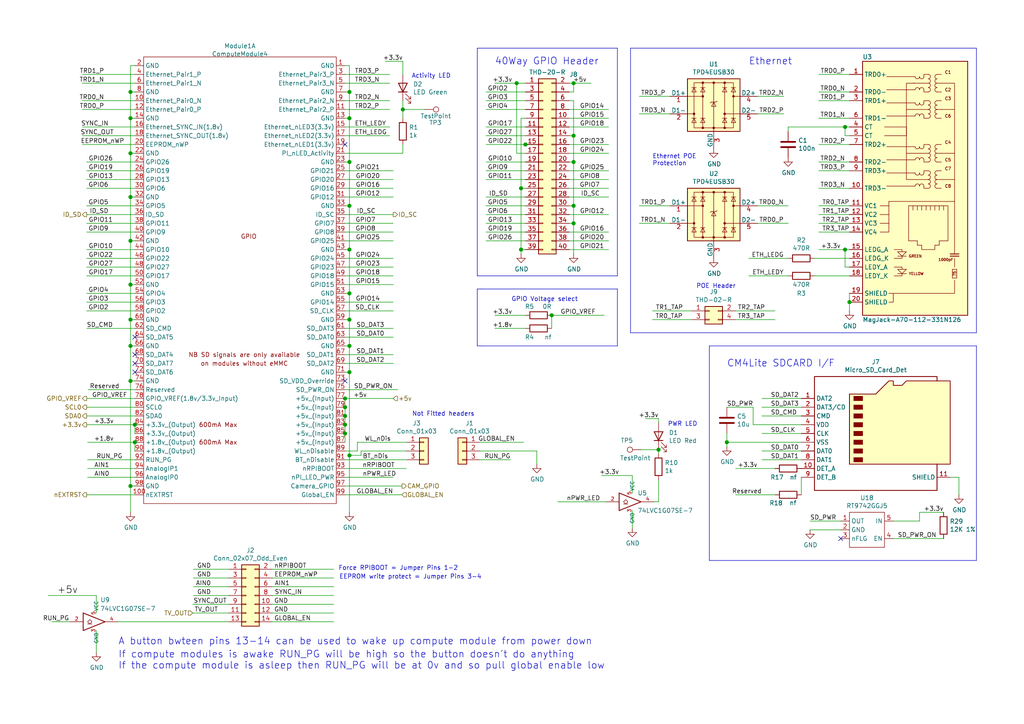
<source format=kicad_sch>
(kicad_sch (version 20211123) (generator eeschema)
  (paper "A4")
  (title_block (title "Compute Module 4 IO USB3 Board - GPIO - Ethernet") (rev "1") (company "Copyright © 2020-2022 Raspberry Pi Ltd (formerly Raspberry Pi (Trading) Ltd.)") (comment 1 "www.raspberrypi.com"))
  (lib_symbols
    (symbol "CM4IO:74LVC1G07_copy"
      (property "Reference" "U" (at -2.54 3.81 0))
      (property "Value" "74LVC1G07_copy" (at 0 -3.81 0))
      (symbol "74LVC1G07_copy_1_1"
        (pin input line (at -7.62 0 0) (length 3.81) (name "~") (number "2"))
        (pin power_in line (at 0 -2.54 270) (length 0) (name "GND") (number "3"))
        (pin open_collector line (at 6.35 0 180) (length 3.81) (name "~") (number "4"))
        (pin power_in line (at 0 2.54 90) (length 0) (name "VCC") (number "5"))
      )
    )
    (symbol "CM4IO:ComputeModule4-CM4"
      (property "Reference" "Module" (at 113.03 -68.58 0))
      (property "Value" "ComputeModule4-CM4" (at 140.97 2.54 0))
      (property "Field4" "Hirose" (at 0 0 0))
      (property "Field5" "2x DF40C-100DS-0.4V" (at 0 -2.54 0))
      (symbol "ComputeModule4-CM4_1_0"
        (text "GPIO" (at 0 6.35 0) (effects (font (size 1.27 1.27))))
      )
      (symbol "ComputeModule4-CM4_1_1"
        (text "600mA Max" (at -8.89 -53.34 0) (effects (font (size 1.27 1.27))))
        (text "600mA Max" (at -8.89 -48.26 0) (effects (font (size 1.27 1.27))))
        (text "NB SD signals are only available" (at -1.27 -27.94 0) (effects (font (size 1.27 1.27))))
        (text "on modules without eMMC" (at -1.27 -30.48 0) (effects (font (size 1.27 1.27))))
        (pin power_in line (at 27.94 55.88 180) (length 2.54) (name "GND") (number "1"))
        (pin passive line (at -33.02 45.72 0) (length 2.54) (name "Ethernet_Pair0_N") (number "10"))
        (pin output line (at -33.02 -68.58 0) (length 2.54) (name "nEXTRST") (number "100"))
        (pin passive line (at 27.94 43.18 180) (length 2.54) (name "Ethernet_Pair2_P") (number "11"))
        (pin passive line (at -33.02 43.18 0) (length 2.54) (name "Ethernet_Pair0_P") (number "12"))
        (pin power_in line (at 27.94 40.64 180) (length 2.54) (name "GND") (number "13"))
        (pin power_in line (at -33.02 40.64 0) (length 2.54) (name "GND") (number "14"))
        (pin output line (at 27.94 38.1 180) (length 2.54) (name "Ethernet_nLED3(3.3v)") (number "15"))
        (pin input line (at -33.02 38.1 0) (length 2.54) (name "Ethernet_SYNC_IN(1.8v)") (number "16"))
        (pin output line (at 27.94 35.56 180) (length 2.54) (name "Ethernet_nLED2(3.3v)") (number "17"))
        (pin input line (at -33.02 35.56 0) (length 2.54) (name "Ethernet_SYNC_OUT(1.8v)") (number "18"))
        (pin output line (at 27.94 33.02 180) (length 2.54) (name "Ethernet_nLED1(3.3v)") (number "19"))
        (pin power_in line (at -33.02 55.88 0) (length 2.54) (name "GND") (number "2"))
        (pin passive line (at -33.02 33.02 0) (length 2.54) (name "EEPROM_nWP") (number "20"))
        (pin open_collector line (at 27.94 30.48 180) (length 2.54) (name "PI_nLED_Activity") (number "21"))
        (pin power_in line (at -33.02 30.48 0) (length 2.54) (name "GND") (number "22"))
        (pin power_in line (at 27.94 27.94 180) (length 2.54) (name "GND") (number "23"))
        (pin passive line (at -33.02 27.94 0) (length 2.54) (name "GPIO26") (number "24"))
        (pin passive line (at 27.94 25.4 180) (length 2.54) (name "GPIO21") (number "25"))
        (pin passive line (at -33.02 25.4 0) (length 2.54) (name "GPIO19") (number "26"))
        (pin passive line (at 27.94 22.86 180) (length 2.54) (name "GPIO20") (number "27"))
        (pin passive line (at -33.02 22.86 0) (length 2.54) (name "GPIO13") (number "28"))
        (pin passive line (at 27.94 20.32 180) (length 2.54) (name "GPIO16") (number "29"))
        (pin passive line (at 27.94 53.34 180) (length 2.54) (name "Ethernet_Pair3_P") (number "3"))
        (pin passive line (at -33.02 20.32 0) (length 2.54) (name "GPIO6") (number "30"))
        (pin passive line (at 27.94 17.78 180) (length 2.54) (name "GPIO12") (number "31"))
        (pin power_in line (at -33.02 17.78 0) (length 2.54) (name "GND") (number "32"))
        (pin power_in line (at 27.94 15.24 180) (length 2.54) (name "GND") (number "33"))
        (pin passive line (at -33.02 15.24 0) (length 2.54) (name "GPIO5") (number "34"))
        (pin passive line (at 27.94 12.7 180) (length 2.54) (name "ID_SC") (number "35"))
        (pin passive line (at -33.02 12.7 0) (length 2.54) (name "ID_SD") (number "36"))
        (pin passive line (at 27.94 10.16 180) (length 2.54) (name "GPIO7") (number "37"))
        (pin passive line (at -33.02 10.16 0) (length 2.54) (name "GPIO11") (number "38"))
        (pin passive line (at 27.94 7.62 180) (length 2.54) (name "GPIO8") (number "39"))
        (pin passive line (at -33.02 53.34 0) (length 2.54) (name "Ethernet_Pair1_P") (number "4"))
        (pin passive line (at -33.02 7.62 0) (length 2.54) (name "GPIO9") (number "40"))
        (pin passive line (at 27.94 5.08 180) (length 2.54) (name "GPIO25") (number "41"))
        (pin power_in line (at -33.02 5.08 0) (length 2.54) (name "GND") (number "42"))
        (pin power_in line (at 27.94 2.54 180) (length 2.54) (name "GND") (number "43"))
        (pin passive line (at -33.02 2.54 0) (length 2.54) (name "GPIO10") (number "44"))
        (pin passive line (at 27.94 0 180) (length 2.54) (name "GPIO24") (number "45"))
        (pin passive line (at -33.02 0 0) (length 2.54) (name "GPIO22") (number "46"))
        (pin passive line (at 27.94 -2.54 180) (length 2.54) (name "GPIO23") (number "47"))
        (pin passive line (at -33.02 -2.54 0) (length 2.54) (name "GPIO27") (number "48"))
        (pin passive line (at 27.94 -5.08 180) (length 2.54) (name "GPIO18") (number "49"))
        (pin passive line (at 27.94 50.8 180) (length 2.54) (name "Ethernet_Pair3_N") (number "5"))
        (pin passive line (at -33.02 -5.08 0) (length 2.54) (name "GPIO17") (number "50"))
        (pin passive line (at 27.94 -7.62 180) (length 2.54) (name "GPIO15") (number "51"))
        (pin power_in line (at -33.02 -7.62 0) (length 2.54) (name "GND") (number "52"))
        (pin power_in line (at 27.94 -10.16 180) (length 2.54) (name "GND") (number "53"))
        (pin passive line (at -33.02 -10.16 0) (length 2.54) (name "GPIO4") (number "54"))
        (pin passive line (at 27.94 -12.7 180) (length 2.54) (name "GPIO14") (number "55"))
        (pin passive line (at -33.02 -12.7 0) (length 2.54) (name "GPIO3") (number "56"))
        (pin passive line (at 27.94 -15.24 180) (length 2.54) (name "SD_CLK") (number "57"))
        (pin passive line (at -33.02 -15.24 0) (length 2.54) (name "GPIO2") (number "58"))
        (pin power_in line (at 27.94 -17.78 180) (length 2.54) (name "GND") (number "59"))
        (pin passive line (at -33.02 50.8 0) (length 2.54) (name "Ethernet_Pair1_N") (number "6"))
        (pin power_in line (at -33.02 -17.78 0) (length 2.54) (name "GND") (number "60"))
        (pin passive line (at 27.94 -20.32 180) (length 2.54) (name "SD_DAT3") (number "61"))
        (pin passive line (at -33.02 -20.32 0) (length 2.54) (name "SD_CMD") (number "62"))
        (pin passive line (at 27.94 -22.86 180) (length 2.54) (name "SD_DAT0") (number "63"))
        (pin passive line (at -33.02 -22.86 0) (length 2.54) (name "SD_DAT5") (number "64"))
        (pin power_in line (at 27.94 -25.4 180) (length 2.54) (name "GND") (number "65"))
        (pin power_in line (at -33.02 -25.4 0) (length 2.54) (name "GND") (number "66"))
        (pin passive line (at 27.94 -27.94 180) (length 2.54) (name "SD_DAT1") (number "67"))
        (pin passive line (at -33.02 -27.94 0) (length 2.54) (name "SD_DAT4") (number "68"))
        (pin passive line (at 27.94 -30.48 180) (length 2.54) (name "SD_DAT2") (number "69"))
        (pin power_in line (at 27.94 48.26 180) (length 2.54) (name "GND") (number "7"))
        (pin passive line (at -33.02 -30.48 0) (length 2.54) (name "SD_DAT7") (number "70"))
        (pin power_in line (at 27.94 -33.02 180) (length 2.54) (name "GND") (number "71"))
        (pin passive line (at -33.02 -33.02 0) (length 2.54) (name "SD_DAT6") (number "72"))
        (pin input line (at 27.94 -35.56 180) (length 2.54) (name "SD_VDD_Override") (number "73"))
        (pin power_in line (at -33.02 -35.56 0) (length 2.54) (name "GND") (number "74"))
        (pin output line (at 27.94 -38.1 180) (length 2.54) (name "SD_PWR_ON") (number "75"))
        (pin passive line (at -33.02 -38.1 0) (length 2.54) (name "Reserved") (number "76"))
        (pin power_in line (at 27.94 -40.64 180) (length 2.54) (name "+5v_(Input)") (number "77"))
        (pin power_in line (at -33.02 -40.64 0) (length 2.54) (name "GPIO_VREF(1.8v/3.3v_Input)") (number "78"))
        (pin power_in line (at 27.94 -43.18 180) (length 2.54) (name "+5v_(Input)") (number "79"))
        (pin power_in line (at -33.02 48.26 0) (length 2.54) (name "GND") (number "8"))
        (pin passive line (at -33.02 -43.18 0) (length 2.54) (name "SCL0") (number "80"))
        (pin power_in line (at 27.94 -45.72 180) (length 2.54) (name "+5v_(Input)") (number "81"))
        (pin passive line (at -33.02 -45.72 0) (length 2.54) (name "SDA0") (number "82"))
        (pin power_in line (at 27.94 -48.26 180) (length 2.54) (name "+5v_(Input)") (number "83"))
        (pin power_out line (at -33.02 -48.26 0) (length 2.54) (name "+3.3v_(Output)") (number "84"))
        (pin power_in line (at 27.94 -50.8 180) (length 2.54) (name "+5v_(Input)") (number "85"))
        (pin power_out line (at -33.02 -50.8 0) (length 2.54) (name "+3.3v_(Output)") (number "86"))
        (pin power_in line (at 27.94 -53.34 180) (length 2.54) (name "+5v_(Input)") (number "87"))
        (pin power_out line (at -33.02 -53.34 0) (length 2.54) (name "+1.8v_(Output)") (number "88"))
        (pin input line (at 27.94 -55.88 180) (length 2.54) (name "WL_nDisable") (number "89"))
        (pin passive line (at 27.94 45.72 180) (length 2.54) (name "Ethernet_Pair2_N") (number "9"))
        (pin power_out line (at -33.02 -55.88 0) (length 2.54) (name "+1.8v_(Output)") (number "90"))
        (pin input line (at 27.94 -58.42 180) (length 2.54) (name "BT_nDisable") (number "91"))
        (pin passive line (at -33.02 -58.42 0) (length 2.54) (name "RUN_PG") (number "92"))
        (pin input line (at 27.94 -60.96 180) (length 2.54) (name "nRPIBOOT") (number "93"))
        (pin passive line (at -33.02 -60.96 0) (length 2.54) (name "AnalogIP1") (number "94"))
        (pin output line (at 27.94 -63.5 180) (length 2.54) (name "nPI_LED_PWR") (number "95"))
        (pin passive line (at -33.02 -63.5 0) (length 2.54) (name "AnalogIP0") (number "96"))
        (pin passive line (at 27.94 -66.04 180) (length 2.54) (name "Camera_GPIO") (number "97"))
        (pin power_in line (at -33.02 -66.04 0) (length 2.54) (name "GND") (number "98"))
        (pin input line (at 27.94 -68.58 180) (length 2.54) (name "Global_EN") (number "99"))
      )
      (symbol "ComputeModule4-CM4_2_1"
        (text "High Speed Serial" (at 140.97 0 0) (effects (font (size 1.27 1.27))))
        (pin input line (at 170.18 60.96 180) (length 5.08) (name "USB_OTG_ID") (number "101"))
        (pin input line (at 109.22 60.96 0) (length 5.08) (name "PCIe_CLK_nREQ") (number "102"))
        (pin passive line (at 170.18 58.42 180) (length 5.08) (name "USB2_N") (number "103"))
        (pin passive line (at 109.22 58.42 0) (length 5.08) (name "Reserved") (number "104"))
        (pin passive line (at 170.18 55.88 180) (length 5.08) (name "USB2_P") (number "105"))
        (pin passive line (at 109.22 55.88 0) (length 5.08) (name "Reserved") (number "106"))
        (pin power_in line (at 170.18 53.34 180) (length 5.08) (name "GND") (number "107"))
        (pin power_in line (at 109.22 53.34 0) (length 5.08) (name "GND") (number "108"))
        (pin bidirectional line (at 170.18 50.8 180) (length 5.08) (name "PCIe_nRST") (number "109"))
        (pin output line (at 109.22 50.8 0) (length 5.08) (name "PCIe_CLK_P") (number "110"))
        (pin passive line (at 170.18 48.26 180) (length 5.08) (name "VDAC_COMP") (number "111"))
        (pin output line (at 109.22 48.26 0) (length 5.08) (name "PCIe_CLK_N") (number "112"))
        (pin power_in line (at 170.18 45.72 180) (length 5.08) (name "GND") (number "113"))
        (pin power_in line (at 109.22 45.72 0) (length 5.08) (name "GND") (number "114"))
        (pin input line (at 170.18 43.18 180) (length 5.08) (name "CAM1_D0_N") (number "115"))
        (pin input line (at 109.22 43.18 0) (length 5.08) (name "PCIe_RX_P") (number "116"))
        (pin input line (at 170.18 40.64 180) (length 5.08) (name "CAM1_D0_P") (number "117"))
        (pin input line (at 109.22 40.64 0) (length 5.08) (name "PCIe_RX_N") (number "118"))
        (pin power_in line (at 170.18 38.1 180) (length 5.08) (name "GND") (number "119"))
        (pin power_in line (at 109.22 38.1 0) (length 5.08) (name "GND") (number "120"))
        (pin input line (at 170.18 35.56 180) (length 5.08) (name "CAM1_D1_N") (number "121"))
        (pin output line (at 109.22 35.56 0) (length 5.08) (name "PCIe_TX_P") (number "122"))
        (pin input line (at 170.18 33.02 180) (length 5.08) (name "CAM1_D1_P") (number "123"))
        (pin output line (at 109.22 33.02 0) (length 5.08) (name "PCIe_TX_N") (number "124"))
        (pin power_in line (at 170.18 30.48 180) (length 5.08) (name "GND") (number "125"))
        (pin power_in line (at 109.22 30.48 0) (length 5.08) (name "GND") (number "126"))
        (pin input line (at 170.18 27.94 180) (length 5.08) (name "CAM1_C_N") (number "127"))
        (pin input line (at 109.22 27.94 0) (length 5.08) (name "CAM0_D0_N") (number "128"))
        (pin input line (at 170.18 25.4 180) (length 5.08) (name "CAM1_C_P") (number "129"))
        (pin input line (at 109.22 25.4 0) (length 5.08) (name "CAM0_D0_P") (number "130"))
        (pin power_in line (at 170.18 22.86 180) (length 5.08) (name "GND") (number "131"))
        (pin power_in line (at 109.22 22.86 0) (length 5.08) (name "GND") (number "132"))
        (pin input line (at 170.18 20.32 180) (length 5.08) (name "CAM1_D2_N") (number "133"))
        (pin input line (at 109.22 20.32 0) (length 5.08) (name "CAM0_D1_N") (number "134"))
        (pin input line (at 170.18 17.78 180) (length 5.08) (name "CAM1_D2_P") (number "135"))
        (pin input line (at 109.22 17.78 0) (length 5.08) (name "CAM0_D1_P") (number "136"))
        (pin power_in line (at 170.18 15.24 180) (length 5.08) (name "GND") (number "137"))
        (pin power_in line (at 109.22 15.24 0) (length 5.08) (name "GND") (number "138"))
        (pin input line (at 170.18 12.7 180) (length 5.08) (name "CAM1_D3_N") (number "139"))
        (pin input line (at 109.22 12.7 0) (length 5.08) (name "CAM0_C_N") (number "140"))
        (pin input line (at 170.18 10.16 180) (length 5.08) (name "CAM1_D3_P") (number "141"))
        (pin input line (at 109.22 10.16 0) (length 5.08) (name "CAM0_C_P") (number "142"))
        (pin input line (at 170.18 7.62 180) (length 5.08) (name "HDMI1_HOTPLUG") (number "143"))
        (pin power_in line (at 109.22 7.62 0) (length 5.08) (name "GND") (number "144"))
        (pin bidirectional line (at 170.18 5.08 180) (length 5.08) (name "HDMI1_SDA") (number "145"))
        (pin output line (at 109.22 5.08 0) (length 5.08) (name "HDMI1_TX2_P") (number "146"))
        (pin open_collector line (at 170.18 2.54 180) (length 5.08) (name "HDMI1_SCL") (number "147"))
        (pin output line (at 109.22 2.54 0) (length 5.08) (name "HDMI1_TX2_N") (number "148"))
        (pin open_collector line (at 170.18 0 180) (length 5.08) (name "HDMI1_CEC") (number "149"))
        (pin power_in line (at 109.22 0 0) (length 5.08) (name "GND") (number "150"))
        (pin open_collector line (at 170.18 -2.54 180) (length 5.08) (name "HDMI0_CEC") (number "151"))
        (pin output line (at 109.22 -2.54 0) (length 5.08) (name "HDMI1_TX1_P") (number "152"))
        (pin input line (at 170.18 -5.08 180) (length 5.08) (name "HDMI0_HOTPLUG") (number "153"))
        (pin output line (at 109.22 -5.08 0) (length 5.08) (name "HDMI1_TX1_N") (number "154"))
        (pin power_in line (at 170.18 -7.62 180) (length 5.08) (name "GND") (number "155"))
        (pin power_in line (at 109.22 -7.62 0) (length 5.08) (name "GND") (number "156"))
        (pin output line (at 170.18 -10.16 180) (length 5.08) (name "DSI0_D0_N") (number "157"))
        (pin output line (at 109.22 -10.16 0) (length 5.08) (name "HDMI1_TX0_P") (number "158"))
        (pin output line (at 170.18 -12.7 180) (length 5.08) (name "DSI0_D0_P") (number "159"))
        (pin output line (at 109.22 -12.7 0) (length 5.08) (name "HDMI1_TX0_N") (number "160"))
        (pin power_in line (at 170.18 -15.24 180) (length 5.08) (name "GND") (number "161"))
        (pin power_in line (at 109.22 -15.24 0) (length 5.08) (name "GND") (number "162"))
        (pin output line (at 170.18 -17.78 180) (length 5.08) (name "DSI0_D1_N") (number "163"))
        (pin output line (at 109.22 -17.78 0) (length 5.08) (name "HDMI1_CLK_P") (number "164"))
        (pin output line (at 170.18 -20.32 180) (length 5.08) (name "DSI0_D1_P") (number "165"))
        (pin output line (at 109.22 -20.32 0) (length 5.08) (name "HDMI1_CLK_N") (number "166"))
        (pin power_in line (at 170.18 -22.86 180) (length 5.08) (name "GND") (number "167"))
        (pin power_in line (at 109.22 -22.86 0) (length 5.08) (name "GND") (number "168"))
        (pin output line (at 170.18 -25.4 180) (length 5.08) (name "DSI0_C_N") (number "169"))
        (pin output line (at 109.22 -25.4 0) (length 5.08) (name "HDMI0_TX2_P") (number "170"))
        (pin output line (at 170.18 -27.94 180) (length 5.08) (name "DSI0_C_P") (number "171"))
        (pin output line (at 109.22 -27.94 0) (length 5.08) (name "HDMI0_TX2_N") (number "172"))
        (pin power_in line (at 170.18 -30.48 180) (length 5.08) (name "GND") (number "173"))
        (pin power_in line (at 109.22 -30.48 0) (length 5.08) (name "GND") (number "174"))
        (pin output line (at 170.18 -33.02 180) (length 5.08) (name "DSI1_D0_N") (number "175"))
        (pin output line (at 109.22 -33.02 0) (length 5.08) (name "HDMI0_TX1_P") (number "176"))
        (pin output line (at 170.18 -35.56 180) (length 5.08) (name "DSI1_D0_P") (number "177"))
        (pin output line (at 109.22 -35.56 0) (length 5.08) (name "HDMI0_TX1_N") (number "178"))
        (pin power_in line (at 170.18 -38.1 180) (length 5.08) (name "GND") (number "179"))
        (pin power_in line (at 109.22 -38.1 0) (length 5.08) (name "GND") (number "180"))
        (pin output line (at 170.18 -40.64 180) (length 5.08) (name "DSI1_D1_N") (number "181"))
        (pin output line (at 109.22 -40.64 0) (length 5.08) (name "HDMI0_TX0_P") (number "182"))
        (pin output line (at 170.18 -43.18 180) (length 5.08) (name "DSI1_D1_P") (number "183"))
        (pin output line (at 109.22 -43.18 0) (length 5.08) (name "HDMI0_TX0_N") (number "184"))
        (pin power_in line (at 170.18 -45.72 180) (length 5.08) (name "GND") (number "185"))
        (pin power_in line (at 109.22 -45.72 0) (length 5.08) (name "GND") (number "186"))
        (pin output line (at 170.18 -48.26 180) (length 5.08) (name "DSI1_C_N") (number "187"))
        (pin output line (at 109.22 -48.26 0) (length 5.08) (name "HDMI0_CLK_P") (number "188"))
        (pin output line (at 170.18 -50.8 180) (length 5.08) (name "DSI1_C_P") (number "189"))
        (pin output line (at 109.22 -50.8 0) (length 5.08) (name "HDMI0_CLK_N") (number "190"))
        (pin power_in line (at 170.18 -53.34 180) (length 5.08) (name "GND") (number "191"))
        (pin power_in line (at 109.22 -53.34 0) (length 5.08) (name "GND") (number "192"))
        (pin output line (at 170.18 -55.88 180) (length 5.08) (name "DSI1_D2_N") (number "193"))
        (pin output line (at 109.22 -55.88 0) (length 5.08) (name "DSI1_D3_N") (number "194"))
        (pin output line (at 170.18 -58.42 180) (length 5.08) (name "DSI1_D2_P") (number "195"))
        (pin output line (at 109.22 -58.42 0) (length 5.08) (name "DSI1_D3_P") (number "196"))
        (pin power_in line (at 170.18 -60.96 180) (length 5.08) (name "GND") (number "197"))
        (pin power_in line (at 109.22 -60.96 0) (length 5.08) (name "GND") (number "198"))
        (pin bidirectional line (at 170.18 -63.5 180) (length 5.08) (name "HDMI0_SDA") (number "199"))
        (pin open_collector line (at 109.22 -63.5 0) (length 5.08) (name "HDMI0_SCL") (number "200"))
      )
    )
    (symbol "CM4IO:MagJack-A70-112-331N126"
      (property "Reference" "U" (at 0 0 0))
      (property "Value" "MagJack-A70-112-331N126" (at 0 0 0))
      (symbol "MagJack-A70-112-331N126_1_1"
        (text "1000pF" (at 6.35 17.399 0) (effects (font (size 0.762 0.762))))
        (text "75" (at 8.89 13.335 900) (effects (font (size 0.762 0.762))))
        (text "C1" (at 6.985 71.755 0) (effects (font (size 0.889 0.889))))
        (text "C2" (at 6.985 66.675 0) (effects (font (size 0.889 0.889))))
        (text "C3" (at 6.985 64.135 0) (effects (font (size 0.889 0.889))))
        (text "C4" (at 6.985 51.435 0) (effects (font (size 0.889 0.889))))
        (text "C5" (at 6.985 46.355 0) (effects (font (size 0.889 0.889))))
        (text "C6" (at 6.985 59.055 0) (effects (font (size 0.889 0.889))))
        (text "C7" (at 6.985 43.815 0) (effects (font (size 0.889 0.889))))
        (text "C8" (at 6.985 38.735 0) (effects (font (size 0.889 0.889))))
        (text "GREEN" (at -4.445 18.415 0) (effects (font (size 0.762 0.762)) (justify left)))
        (text "YELLOW" (at -4.445 13.335 0) (effects (font (size 0.762 0.762)) (justify left)))
        (pin passive line (at -21.59 71.12 0) (length 3.81) (name "TRD0+") (number "1"))
        (pin passive line (at -21.59 38.1 0) (length 3.81) (name "TRD3-") (number "10"))
        (pin passive line (at -21.59 33.02 0) (length 3.81) (name "VC1") (number "11"))
        (pin passive line (at -21.59 30.48 0) (length 3.81) (name "VC2") (number "12"))
        (pin passive line (at -21.59 27.94 0) (length 3.81) (name "VC3") (number "13"))
        (pin passive line (at -21.59 25.4 0) (length 3.81) (name "VC4") (number "14"))
        (pin passive line (at -21.59 20.32 0) (length 3.81) (name "LEDG_A") (number "15"))
        (pin passive line (at -21.59 17.78 0) (length 3.81) (name "LEDG_K") (number "16"))
        (pin passive line (at -21.59 15.24 0) (length 3.81) (name "LEDY_A") (number "17"))
        (pin passive line (at -21.59 12.7 0) (length 3.81) (name "LEDY_K") (number "18"))
        (pin passive line (at -21.59 7.62 0) (length 3.81) (name "SHIELD") (number "19"))
        (pin passive line (at -21.59 66.04 0) (length 3.81) (name "TRD0-") (number "2"))
        (pin passive line (at -21.59 5.08 0) (length 3.81) (name "SHIELD") (number "20"))
        (pin passive line (at -21.59 63.5 0) (length 3.81) (name "TRD1+") (number "3"))
        (pin passive line (at -21.59 55.88 0) (length 3.81) (name "CT") (number "4"))
        (pin passive line (at -21.59 53.34 0) (length 3.81) (name "CT") (number "5"))
        (pin passive line (at -21.59 58.42 0) (length 3.81) (name "TRD1-") (number "6"))
        (pin passive line (at -21.59 50.8 0) (length 3.81) (name "TRD2+") (number "7"))
        (pin passive line (at -21.59 45.72 0) (length 3.81) (name "TRD2-") (number "8"))
        (pin passive line (at -21.59 43.18 0) (length 3.81) (name "TRD3+") (number "9"))
      )
    )
    (symbol "CM4IO:RT9742GGJ5"
      (property "Reference" "U" (at 0 0 0))
      (property "Value" "RT9742GGJ5" (at 0 0 0))
      (symbol "RT9742GGJ5_0_0"
        (pin power_out line (at -8.89 10.16 0) (length 2.54) (name "OUT") (number "1"))
        (pin power_in line (at -8.89 7.62 0) (length 2.54) (name "GND") (number "2"))
        (pin open_collector line (at -8.89 5.08 0) (length 2.54) (name "nFLG") (number "3"))
        (pin input line (at 6.35 5.08 180) (length 2.54) (name "EN") (number "4"))
        (pin power_in line (at 6.35 10.16 180) (length 2.54) (name "IN") (number "5"))
      )
    )
    (symbol "CM4IO:TPD4EUSB30" (pin_names (offset 0))
      (property "Reference" "U" (at -0.635 8.89 0))
      (property "Value" "TPD4EUSB30" (at 8.89 -10.16 0))
      (symbol "TPD4EUSB30_1_1"
        (pin passive line (at -12.7 2.54 0) (length 5.08) (name "D1+") (number "1"))
        (pin passive line (at -12.7 2.54 0) (length 5.08) hide (name "~") (number "10"))
        (pin passive line (at -12.7 -2.54 0) (length 5.08) (name "D1-") (number "2"))
        (pin power_in line (at 0 -12.7 90) (length 5.08) (name "GND") (number "3"))
        (pin passive line (at 12.7 2.54 180) (length 5.08) (name "D2+") (number "4"))
        (pin passive line (at 12.7 -2.54 180) (length 5.08) (name "D2-") (number "5"))
        (pin passive line (at 12.7 -2.54 180) (length 5.08) hide (name "~") (number "6"))
        (pin passive line (at 12.7 2.54 180) (length 5.08) hide (name "~") (number "7"))
        (pin passive line (at 0 -12.7 90) (length 5.08) hide (name "GND") (number "8"))
        (pin passive line (at -12.7 -2.54 0) (length 5.08) hide (name "~") (number "9"))
      )
    )
    (symbol "Connector:Micro_SD_Card_Det"
      (property "Reference" "J" (at -16.51 17.78 0))
      (property "Value" "Micro_SD_Card_Det" (at 16.51 17.78 0))
      (symbol "Micro_SD_Card_Det_1_1"
        (pin bidirectional line (at -22.86 10.16 0) (length 3.81) (name "DAT2") (number "1"))
        (pin passive line (at -22.86 -10.16 0) (length 3.81) (name "DET_A") (number "10"))
        (pin passive line (at 20.32 -12.7 180) (length 3.81) (name "SHIELD") (number "11"))
        (pin bidirectional line (at -22.86 7.62 0) (length 3.81) (name "DAT3/CD") (number "2"))
        (pin input line (at -22.86 5.08 0) (length 3.81) (name "CMD") (number "3"))
        (pin power_in line (at -22.86 2.54 0) (length 3.81) (name "VDD") (number "4"))
        (pin input line (at -22.86 0 0) (length 3.81) (name "CLK") (number "5"))
        (pin power_in line (at -22.86 -2.54 0) (length 3.81) (name "VSS") (number "6"))
        (pin bidirectional line (at -22.86 -5.08 0) (length 3.81) (name "DAT0") (number "7"))
        (pin bidirectional line (at -22.86 -7.62 0) (length 3.81) (name "DAT1") (number "8"))
        (pin passive line (at -22.86 -12.7 0) (length 3.81) (name "DET_B") (number "9"))
      )
    )
    (symbol "Connector:TestPoint" (pin_numbers hide) (pin_names (offset 0.762) hide)
      (property "Reference" "TP" (at 0 6.858 0))
      (property "Value" "TestPoint" (at 0 5.08 0))
      (symbol "TestPoint_1_1"
        (pin passive line (at 0 0 90) (length 2.54) (name "1") (number "1"))
      )
    )
    (symbol "Connector_Generic:Conn_01x03" (pin_names hide)
      (property "Reference" "J" (at 0 5.08 0))
      (property "Value" "Conn_01x03" (at 0 -5.08 0))
      (symbol "Conn_01x03_1_1"
        (pin passive line (at -5.08 2.54 0) (length 3.81) (name "Pin_1") (number "1"))
        (pin passive line (at -5.08 0 0) (length 3.81) (name "Pin_2") (number "2"))
        (pin passive line (at -5.08 -2.54 0) (length 3.81) (name "Pin_3") (number "3"))
      )
    )
    (symbol "Connector_Generic:Conn_02x02_Odd_Even" (pin_names hide)
      (property "Reference" "J" (at 1.27 2.54 0))
      (property "Value" "Conn_02x02_Odd_Even" (at 1.27 -5.08 0))
      (symbol "Conn_02x02_Odd_Even_1_1"
        (pin passive line (at -5.08 0 0) (length 3.81) (name "Pin_1") (number "1"))
        (pin passive line (at 7.62 0 180) (length 3.81) (name "Pin_2") (number "2"))
        (pin passive line (at -5.08 -2.54 0) (length 3.81) (name "Pin_3") (number "3"))
        (pin passive line (at 7.62 -2.54 180) (length 3.81) (name "Pin_4") (number "4"))
      )
    )
    (symbol "Connector_Generic:Conn_02x07_Odd_Even" (pin_names hide)
      (property "Reference" "J" (at 1.27 10.16 0))
      (property "Value" "Conn_02x07_Odd_Even" (at 1.27 -10.16 0))
      (symbol "Conn_02x07_Odd_Even_1_1"
        (pin passive line (at -5.08 7.62 0) (length 3.81) (name "Pin_1") (number "1"))
        (pin passive line (at 7.62 -2.54 180) (length 3.81) (name "Pin_10") (number "10"))
        (pin passive line (at -5.08 -5.08 0) (length 3.81) (name "Pin_11") (number "11"))
        (pin passive line (at 7.62 -5.08 180) (length 3.81) (name "Pin_12") (number "12"))
        (pin passive line (at -5.08 -7.62 0) (length 3.81) (name "Pin_13") (number "13"))
        (pin passive line (at 7.62 -7.62 180) (length 3.81) (name "Pin_14") (number "14"))
        (pin passive line (at 7.62 7.62 180) (length 3.81) (name "Pin_2") (number "2"))
        (pin passive line (at -5.08 5.08 0) (length 3.81) (name "Pin_3") (number "3"))
        (pin passive line (at 7.62 5.08 180) (length 3.81) (name "Pin_4") (number "4"))
        (pin passive line (at -5.08 2.54 0) (length 3.81) (name "Pin_5") (number "5"))
        (pin passive line (at 7.62 2.54 180) (length 3.81) (name "Pin_6") (number "6"))
        (pin passive line (at -5.08 0 0) (length 3.81) (name "Pin_7") (number "7"))
        (pin passive line (at 7.62 0 180) (length 3.81) (name "Pin_8") (number "8"))
        (pin passive line (at -5.08 -2.54 0) (length 3.81) (name "Pin_9") (number "9"))
      )
    )
    (symbol "Connector_Generic:Conn_02x20_Odd_Even" (pin_names hide)
      (property "Reference" "J" (at 1.27 25.4 0))
      (property "Value" "Conn_02x20_Odd_Even" (at 1.27 -27.94 0))
      (symbol "Conn_02x20_Odd_Even_1_1"
        (pin passive line (at -5.08 22.86 0) (length 3.81) (name "Pin_1") (number "1"))
        (pin passive line (at 7.62 12.7 180) (length 3.81) (name "Pin_10") (number "10"))
        (pin passive line (at -5.08 10.16 0) (length 3.81) (name "Pin_11") (number "11"))
        (pin passive line (at 7.62 10.16 180) (length 3.81) (name "Pin_12") (number "12"))
        (pin passive line (at -5.08 7.62 0) (length 3.81) (name "Pin_13") (number "13"))
        (pin passive line (at 7.62 7.62 180) (length 3.81) (name "Pin_14") (number "14"))
        (pin passive line (at -5.08 5.08 0) (length 3.81) (name "Pin_15") (number "15"))
        (pin passive line (at 7.62 5.08 180) (length 3.81) (name "Pin_16") (number "16"))
        (pin passive line (at -5.08 2.54 0) (length 3.81) (name "Pin_17") (number "17"))
        (pin passive line (at 7.62 2.54 180) (length 3.81) (name "Pin_18") (number "18"))
        (pin passive line (at -5.08 0 0) (length 3.81) (name "Pin_19") (number "19"))
        (pin passive line (at 7.62 22.86 180) (length 3.81) (name "Pin_2") (number "2"))
        (pin passive line (at 7.62 0 180) (length 3.81) (name "Pin_20") (number "20"))
        (pin passive line (at -5.08 -2.54 0) (length 3.81) (name "Pin_21") (number "21"))
        (pin passive line (at 7.62 -2.54 180) (length 3.81) (name "Pin_22") (number "22"))
        (pin passive line (at -5.08 -5.08 0) (length 3.81) (name "Pin_23") (number "23"))
        (pin passive line (at 7.62 -5.08 180) (length 3.81) (name "Pin_24") (number "24"))
        (pin passive line (at -5.08 -7.62 0) (length 3.81) (name "Pin_25") (number "25"))
        (pin passive line (at 7.62 -7.62 180) (length 3.81) (name "Pin_26") (number "26"))
        (pin passive line (at -5.08 -10.16 0) (length 3.81) (name "Pin_27") (number "27"))
        (pin passive line (at 7.62 -10.16 180) (length 3.81) (name "Pin_28") (number "28"))
        (pin passive line (at -5.08 -12.7 0) (length 3.81) (name "Pin_29") (number "29"))
        (pin passive line (at -5.08 20.32 0) (length 3.81) (name "Pin_3") (number "3"))
        (pin passive line (at 7.62 -12.7 180) (length 3.81) (name "Pin_30") (number "30"))
        (pin passive line (at -5.08 -15.24 0) (length 3.81) (name "Pin_31") (number "31"))
        (pin passive line (at 7.62 -15.24 180) (length 3.81) (name "Pin_32") (number "32"))
        (pin passive line (at -5.08 -17.78 0) (length 3.81) (name "Pin_33") (number "33"))
        (pin passive line (at 7.62 -17.78 180) (length 3.81) (name "Pin_34") (number "34"))
        (pin passive line (at -5.08 -20.32 0) (length 3.81) (name "Pin_35") (number "35"))
        (pin passive line (at 7.62 -20.32 180) (length 3.81) (name "Pin_36") (number "36"))
        (pin passive line (at -5.08 -22.86 0) (length 3.81) (name "Pin_37") (number "37"))
        (pin passive line (at 7.62 -22.86 180) (length 3.81) (name "Pin_38") (number "38"))
        (pin passive line (at -5.08 -25.4 0) (length 3.81) (name "Pin_39") (number "39"))
        (pin passive line (at 7.62 20.32 180) (length 3.81) (name "Pin_4") (number "4"))
        (pin passive line (at 7.62 -25.4 180) (length 3.81) (name "Pin_40") (number "40"))
        (pin passive line (at -5.08 17.78 0) (length 3.81) (name "Pin_5") (number "5"))
        (pin passive line (at 7.62 17.78 180) (length 3.81) (name "Pin_6") (number "6"))
        (pin passive line (at -5.08 15.24 0) (length 3.81) (name "Pin_7") (number "7"))
        (pin passive line (at 7.62 15.24 180) (length 3.81) (name "Pin_8") (number "8"))
        (pin passive line (at -5.08 12.7 0) (length 3.81) (name "Pin_9") (number "9"))
      )
    )
    (symbol "Device:C" (pin_numbers hide) (pin_names (offset 0.254))
      (property "Reference" "C" (at 0.635 2.54 0))
      (property "Value" "C" (at 0.635 -2.54 0))
      (symbol "C_1_1"
        (pin passive line (at 0 3.81 270) (length 2.794) (name "~") (number "1"))
        (pin passive line (at 0 -3.81 90) (length 2.794) (name "~") (number "2"))
      )
    )
    (symbol "Device:LED" (pin_numbers hide) (pin_names hide)
      (property "Reference" "D" (at 0 2.54 0))
      (property "Value" "LED" (at 0 -2.54 0))
      (symbol "LED_1_1"
        (pin passive line (at -3.81 0 0) (length 2.54) (name "K") (number "1"))
        (pin passive line (at 3.81 0 180) (length 2.54) (name "A") (number "2"))
      )
    )
    (symbol "Device:R" (pin_numbers hide) (pin_names (offset 0))
      (property "Reference" "R" (at 2.032 0 90))
      (property "Value" "R" (at 0 0 90))
      (symbol "R_1_1"
        (pin passive line (at 0 3.81 270) (length 1.27) (name "~") (number "1"))
        (pin passive line (at 0 -3.81 90) (length 1.27) (name "~") (number "2"))
      )
    )
    (symbol "power:GND" (power) (pin_names (offset 0))
      (property "Value" "GND" (at 0 -3.81 0))
      (symbol "GND_1_1"
        (pin power_in line (at 0 0 270) (length 0) hide (name "GND") (number "1"))
      )
    )
  )
  (junction (at 101.346 34.29) (diameter 1.016))
  (junction (at 245.11 72.39) (diameter 1.016))
  (junction (at 101.346 26.67) (diameter 1.016))
  (junction (at 101.346 100.33) (diameter 1.016))
  (junction (at 37.846 110.49) (diameter 1.016))
  (junction (at 246.38 87.63) (diameter 1.016))
  (junction (at 37.846 44.45) (diameter 1.016))
  (junction (at 100.076 123.19) (diameter 1.016))
  (junction (at 152.4 41.91) (diameter 1.016))
  (junction (at 151.13 54.61) (diameter 1.016))
  (junction (at 166.37 39.37) (diameter 1.016))
  (junction (at 37.846 69.85) (diameter 1.016))
  (junction (at 100.076 120.65) (diameter 1.016))
  (junction (at 37.846 140.97) (diameter 1.016))
  (junction (at 166.37 59.69) (diameter 1.016))
  (junction (at 37.846 57.15) (diameter 1.016))
  (junction (at 101.346 59.69) (diameter 1.016))
  (junction (at 37.846 92.71) (diameter 1.016))
  (junction (at 100.076 115.57) (diameter 1.016))
  (junction (at 101.346 92.71) (diameter 1.016))
  (junction (at 166.37 64.77) (diameter 1.016))
  (junction (at 210.82 128.27) (diameter 1.016))
  (junction (at 166.37 24.13) (diameter 1.016))
  (junction (at 101.346 85.09) (diameter 1.016))
  (junction (at 166.37 46.99) (diameter 1.016))
  (junction (at 116.84 31.75) (diameter 1.016))
  (junction (at 37.846 82.55) (diameter 1.016))
  (junction (at 100.076 118.11) (diameter 1.016))
  (junction (at 191.008 130.429) (diameter 1.016))
  (junction (at 37.846 34.29) (diameter 1.016))
  (junction (at 39.116 123.19) (diameter 1.016))
  (junction (at 37.846 100.33) (diameter 1.016))
  (junction (at 160.02 91.44) (diameter 1.016))
  (junction (at 37.846 26.67) (diameter 1.016))
  (junction (at 245.11 36.83) (diameter 1.016))
  (junction (at 100.076 125.73) (diameter 1.016))
  (junction (at 39.116 128.27) (diameter 1.016))
  (junction (at 151.13 72.39) (diameter 1.016))
  (junction (at 101.346 107.95) (diameter 1.016))
  (junction (at 101.346 132.08) (diameter 1.016))
  (junction (at 101.346 46.99) (diameter 1.016))
  (junction (at 101.346 72.39) (diameter 1.016))
  (junction (at 149.86 24.13) (diameter 1.016))
  (no_connect (at 39.116 105.41))
  (no_connect (at 100.076 110.49))
  (no_connect (at 39.116 97.79))
  (no_connect (at 243.84 156.21))
  (no_connect (at 39.116 102.87))
  (no_connect (at 39.116 107.95))
  (no_connect (at 100.076 41.91))
  (wire (pts (xy 275.59 138.43) (xy 278.13 138.43)))
  (wire (pts (xy 140.97 41.91) (xy 152.4 41.91)))
  (wire (pts (xy 101.346 107.95) (xy 101.346 132.08)))
  (polyline (pts (xy 138.43 13.97) (xy 138.43 80.01)) (stroke (width 0) (type solid)))
  (wire (pts (xy 266.7 148.59) (xy 266.7 151.13)))
  (wire (pts (xy 55.88 175.26) (xy 66.294 175.26)))
  (polyline (pts (xy 138.43 80.01) (xy 179.07 80.01)) (stroke (width 0) (type solid)))
  (wire (pts (xy 100.076 133.35) (xy 117.856 133.35)))
  (wire (pts (xy 100.076 100.33) (xy 101.346 100.33)))
  (wire (pts (xy 191.008 130.302) (xy 191.008 130.429)))
  (wire (pts (xy 39.116 130.81) (xy 39.116 128.27)))
  (wire (pts (xy 237.49 41.91) (xy 246.38 41.91)))
  (wire (pts (xy 165.1 52.07) (xy 176.53 52.07)))
  (wire (pts (xy 100.076 92.71) (xy 101.346 92.71)))
  (wire (pts (xy 165.1 34.29) (xy 176.53 34.29)))
  (wire (pts (xy 101.346 100.33) (xy 101.346 107.95)))
  (wire (pts (xy 100.076 97.79) (xy 114.046 97.79)))
  (wire (pts (xy 217.17 74.93) (xy 228.6 74.93)))
  (wire (pts (xy 39.116 125.73) (xy 39.116 123.19)))
  (wire (pts (xy 56.134 167.64) (xy 66.294 167.64)))
  (wire (pts (xy 100.076 115.57) (xy 114.046 115.57)))
  (wire (pts (xy 25.146 74.93) (xy 39.116 74.93)))
  (wire (pts (xy 101.346 34.29) (xy 101.346 46.99)))
  (wire (pts (xy 78.994 167.64) (xy 96.774 167.64)))
  (polyline (pts (xy 179.07 83.82) (xy 179.07 100.33)) (stroke (width 0) (type solid)))
  (wire (pts (xy 116.84 34.29) (xy 116.84 31.75)))
  (wire (pts (xy 25.146 90.17) (xy 39.116 90.17)))
  (wire (pts (xy 100.076 26.67) (xy 101.346 26.67)))
  (wire (pts (xy 220.98 120.65) (xy 232.41 120.65)))
  (wire (pts (xy 56.134 165.1) (xy 66.294 165.1)))
  (wire (pts (xy 100.076 87.63) (xy 114.046 87.63)))
  (wire (pts (xy 166.37 64.77) (xy 166.37 59.69)))
  (wire (pts (xy 100.076 31.75) (xy 113.03 31.75)))
  (wire (pts (xy 39.116 34.29) (xy 37.846 34.29)))
  (wire (pts (xy 25.146 52.07) (xy 39.116 52.07)))
  (wire (pts (xy 25.146 49.53) (xy 39.116 49.53)))
  (wire (pts (xy 103.632 130.81) (xy 103.632 128.27)))
  (wire (pts (xy 237.49 59.69) (xy 246.38 59.69)))
  (wire (pts (xy 155.702 130.81) (xy 155.702 134.62)))
  (wire (pts (xy 104.7242 130.81) (xy 117.856 130.81)))
  (wire (pts (xy 100.076 85.09) (xy 101.346 85.09)))
  (wire (pts (xy 166.37 39.37) (xy 166.37 46.99)))
  (wire (pts (xy 39.116 19.05) (xy 37.846 19.05)))
  (wire (pts (xy 101.346 19.05) (xy 101.346 26.67)))
  (wire (pts (xy 236.22 80.01) (xy 246.38 80.01)))
  (wire (pts (xy 101.346 26.67) (xy 101.346 34.29)))
  (wire (pts (xy 37.846 140.97) (xy 37.846 148.59)))
  (wire (pts (xy 165.1 67.31) (xy 176.53 67.31)))
  (wire (pts (xy 219.71 33.02) (xy 227.33 33.02)))
  (wire (pts (xy 183.388 148.082) (xy 183.388 153.162)))
  (wire (pts (xy 100.076 54.61) (xy 114.046 54.61)))
  (wire (pts (xy 186.0042 130.429) (xy 191.008 130.429)))
  (wire (pts (xy 183.388 143.002) (xy 183.388 137.922)))
  (wire (pts (xy 100.076 140.97) (xy 116.586 140.97)))
  (wire (pts (xy 166.37 46.99) (xy 165.1 46.99)))
  (wire (pts (xy 100.076 105.41) (xy 114.046 105.41)))
  (wire (pts (xy 100.076 77.47) (xy 114.046 77.47)))
  (wire (pts (xy 25.146 72.39) (xy 39.116 72.39)))
  (wire (pts (xy 151.13 72.39) (xy 151.13 73.66)))
  (wire (pts (xy 213.36 143.51) (xy 224.79 143.51)))
  (wire (pts (xy 101.346 92.71) (xy 101.346 100.33)))
  (wire (pts (xy 25.146 77.47) (xy 39.116 77.47)))
  (wire (pts (xy 37.846 69.85) (xy 37.846 82.55)))
  (wire (pts (xy 213.36 92.71) (xy 224.79 92.71)))
  (wire (pts (xy 210.82 128.27) (xy 232.41 128.27)))
  (wire (pts (xy 101.346 46.99) (xy 101.346 59.69)))
  (wire (pts (xy 143.51 95.25) (xy 152.4 95.25)))
  (polyline (pts (xy 182.88 13.97) (xy 283.21 13.97)) (stroke (width 0) (type solid)))
  (wire (pts (xy 165.1 36.83) (xy 176.53 36.83)))
  (wire (pts (xy 149.86 44.45) (xy 152.4 44.45)))
  (wire (pts (xy 25.146 54.61) (xy 39.116 54.61)))
  (wire (pts (xy 39.116 26.67) (xy 37.846 26.67)))
  (wire (pts (xy 78.994 177.8) (xy 96.774 177.8)))
  (wire (pts (xy 213.36 90.17) (xy 224.79 90.17)))
  (polyline (pts (xy 179.07 13.97) (xy 138.43 13.97)) (stroke (width 0) (type solid)))
  (wire (pts (xy 25.4 138.43) (xy 39.116 138.43)))
  (wire (pts (xy 189.23 90.17) (xy 200.66 90.17)))
  (wire (pts (xy 100.076 125.73) (xy 100.076 128.27)))
  (wire (pts (xy 25.146 46.99) (xy 39.116 46.99)))
  (wire (pts (xy 78.994 165.1) (xy 96.774 165.1)))
  (wire (pts (xy 243.84 153.67) (xy 234.95 153.67)))
  (wire (pts (xy 246.38 36.83) (xy 245.11 36.83)))
  (wire (pts (xy 194.31 64.77) (xy 185.42 64.77)))
  (wire (pts (xy 140.97 49.53) (xy 152.4 49.53)))
  (wire (pts (xy 100.076 39.37) (xy 113.03 39.37)))
  (wire (pts (xy 13.97 172.72) (xy 27.94 172.72)))
  (wire (pts (xy 100.076 113.03) (xy 115.316 113.03)))
  (wire (pts (xy 25.146 95.25) (xy 39.116 95.25)))
  (wire (pts (xy 114.046 95.25) (xy 100.076 95.25)))
  (wire (pts (xy 166.37 24.13) (xy 171.45 24.13)))
  (wire (pts (xy 217.17 80.01) (xy 228.6 80.01)))
  (wire (pts (xy 243.84 151.13) (xy 234.95 151.13)))
  (wire (pts (xy 140.97 59.69) (xy 152.4 59.69)))
  (wire (pts (xy 100.076 118.11) (xy 100.076 120.65)))
  (wire (pts (xy 237.49 26.67) (xy 246.38 26.67)))
  (wire (pts (xy 100.076 72.39) (xy 101.346 72.39)))
  (wire (pts (xy 100.076 135.89) (xy 117.856 135.89)))
  (wire (pts (xy 100.076 36.83) (xy 113.03 36.83)))
  (wire (pts (xy 140.97 67.31) (xy 152.4 67.31)))
  (wire (pts (xy 210.82 125.73) (xy 210.82 128.27)))
  (wire (pts (xy 165.1 41.91) (xy 176.53 41.91)))
  (wire (pts (xy 25.146 59.69) (xy 39.116 59.69)))
  (polyline (pts (xy 139.7 83.82) (xy 179.07 83.82)) (stroke (width 0) (type solid)))
  (polyline (pts (xy 283.21 162.56) (xy 205.74 162.56)) (stroke (width 0) (type solid)))
  (wire (pts (xy 140.97 46.99) (xy 152.4 46.99)))
  (wire (pts (xy 27.94 172.72) (xy 27.94 177.8)))
  (wire (pts (xy 37.846 92.71) (xy 39.116 92.71)))
  (wire (pts (xy 218.44 123.19) (xy 218.44 118.11)))
  (wire (pts (xy 37.846 100.33) (xy 37.846 110.49)))
  (wire (pts (xy 37.846 82.55) (xy 37.846 92.71)))
  (wire (pts (xy 25.146 143.51) (xy 39.116 143.51)))
  (wire (pts (xy 152.4 34.29) (xy 151.13 34.29)))
  (wire (pts (xy 23.876 41.91) (xy 39.116 41.91)))
  (wire (pts (xy 237.49 64.77) (xy 246.38 64.77)))
  (wire (pts (xy 56.134 172.72) (xy 66.294 172.72)))
  (wire (pts (xy 25.4 135.89) (xy 39.116 135.89)))
  (wire (pts (xy 23.876 39.37) (xy 39.116 39.37)))
  (wire (pts (xy 116.84 31.75) (xy 116.84 29.21)))
  (wire (pts (xy 236.22 74.93) (xy 246.38 74.93)))
  (wire (pts (xy 140.97 62.23) (xy 152.4 62.23)))
  (wire (pts (xy 123.19 31.75) (xy 116.84 31.75)))
  (wire (pts (xy 237.49 29.21) (xy 246.38 29.21)))
  (wire (pts (xy 165.1 72.39) (xy 176.53 72.39)))
  (wire (pts (xy 165.1 24.13) (xy 166.37 24.13)))
  (wire (pts (xy 104.7242 132.08) (xy 104.7242 130.81)))
  (wire (pts (xy 101.346 132.08) (xy 101.346 148.59)))
  (wire (pts (xy 278.13 138.43) (xy 278.13 143.51)))
  (wire (pts (xy 37.846 57.15) (xy 37.846 69.85)))
  (wire (pts (xy 78.994 175.26) (xy 96.774 175.26)))
  (wire (pts (xy 37.846 110.49) (xy 39.116 110.49)))
  (wire (pts (xy 37.846 69.85) (xy 39.116 69.85)))
  (wire (pts (xy 23.876 21.59) (xy 39.116 21.59)))
  (wire (pts (xy 100.076 49.53) (xy 114.046 49.53)))
  (wire (pts (xy 246.38 87.63) (xy 246.38 90.17)))
  (wire (pts (xy 25.146 62.23) (xy 39.116 62.23)))
  (wire (pts (xy 25.4 128.27) (xy 39.116 128.27)))
  (wire (pts (xy 237.49 49.53) (xy 246.38 49.53)))
  (polyline (pts (xy 283.21 100.33) (xy 283.21 162.56)) (stroke (width 0) (type solid)))
  (wire (pts (xy 25.146 80.01) (xy 39.116 80.01)))
  (wire (pts (xy 100.076 59.69) (xy 101.346 59.69)))
  (wire (pts (xy 143.51 24.13) (xy 149.86 24.13)))
  (wire (pts (xy 246.38 85.09) (xy 246.38 87.63)))
  (wire (pts (xy 100.076 21.59) (xy 113.03 21.59)))
  (wire (pts (xy 100.076 34.29) (xy 101.346 34.29)))
  (wire (pts (xy 37.846 92.71) (xy 37.846 100.33)))
  (wire (pts (xy 191.008 139.192) (xy 191.008 145.542)))
  (wire (pts (xy 39.116 140.97) (xy 37.846 140.97)))
  (wire (pts (xy 25.4 133.35) (xy 39.116 133.35)))
  (wire (pts (xy 166.37 64.77) (xy 166.37 73.66)))
  (wire (pts (xy 185.42 59.69) (xy 194.31 59.69)))
  (wire (pts (xy 245.11 39.37) (xy 245.11 36.83)))
  (wire (pts (xy 220.98 130.81) (xy 232.41 130.81)))
  (wire (pts (xy 25.146 120.65) (xy 39.116 120.65)))
  (wire (pts (xy 37.846 110.49) (xy 37.846 140.97)))
  (wire (pts (xy 183.388 137.922) (xy 174.498 137.922)))
  (wire (pts (xy 213.36 135.89) (xy 224.79 135.89)))
  (wire (pts (xy 237.49 72.39) (xy 245.11 72.39)))
  (wire (pts (xy 228.6 36.83) (xy 245.11 36.83)))
  (wire (pts (xy 103.632 128.27) (xy 117.856 128.27)))
  (wire (pts (xy 100.076 143.51) (xy 116.586 143.51)))
  (wire (pts (xy 220.98 115.57) (xy 232.41 115.57)))
  (wire (pts (xy 100.076 62.23) (xy 114.046 62.23)))
  (wire (pts (xy 140.97 36.83) (xy 152.4 36.83)))
  (wire (pts (xy 191.008 130.429) (xy 191.008 131.572)))
  (wire (pts (xy 23.876 24.13) (xy 39.116 24.13)))
  (wire (pts (xy 259.08 151.13) (xy 266.7 151.13)))
  (wire (pts (xy 101.346 85.09) (xy 101.346 92.71)))
  (wire (pts (xy 100.076 138.43) (xy 114.046 138.43)))
  (wire (pts (xy 100.076 52.07) (xy 114.046 52.07)))
  (wire (pts (xy 245.11 77.47) (xy 245.11 72.39)))
  (wire (pts (xy 237.49 21.59) (xy 246.38 21.59)))
  (wire (pts (xy 116.84 44.45) (xy 116.84 41.91)))
  (wire (pts (xy 100.076 130.81) (xy 103.632 130.81)))
  (wire (pts (xy 100.076 67.31) (xy 114.046 67.31)))
  (wire (pts (xy 114.046 102.87) (xy 100.076 102.87)))
  (polyline (pts (xy 283.21 96.52) (xy 182.88 96.52)) (stroke (width 0) (type solid)))
  (wire (pts (xy 139.192 133.35) (xy 148.082 133.35)))
  (wire (pts (xy 25.146 115.57) (xy 39.116 115.57)))
  (wire (pts (xy 140.97 29.21) (xy 152.4 29.21)))
  (wire (pts (xy 219.71 27.94) (xy 227.33 27.94)))
  (polyline (pts (xy 182.88 96.52) (xy 182.88 13.97)) (stroke (width 0) (type solid)))
  (wire (pts (xy 23.876 31.75) (xy 39.116 31.75)))
  (wire (pts (xy 25.146 64.77) (xy 39.116 64.77)))
  (wire (pts (xy 100.076 82.55) (xy 114.046 82.55)))
  (polyline (pts (xy 205.74 162.56) (xy 205.74 100.33)) (stroke (width 0) (type solid)))
  (wire (pts (xy 143.51 91.44) (xy 152.4 91.44)))
  (wire (pts (xy 140.97 26.67) (xy 152.4 26.67)))
  (wire (pts (xy 166.37 59.69) (xy 166.37 46.99)))
  (wire (pts (xy 25.6032 113.03) (xy 39.116 113.03)))
  (wire (pts (xy 165.1 31.75) (xy 176.53 31.75)))
  (wire (pts (xy 165.1 62.23) (xy 176.53 62.23)))
  (wire (pts (xy 140.97 57.15) (xy 152.4 57.15)))
  (wire (pts (xy 185.42 27.94) (xy 194.31 27.94)))
  (wire (pts (xy 25.146 123.19) (xy 39.116 123.19)))
  (wire (pts (xy 139.192 128.27) (xy 151.892 128.27)))
  (wire (pts (xy 165.1 59.69) (xy 166.37 59.69)))
  (wire (pts (xy 100.076 57.15) (xy 114.046 57.15)))
  (wire (pts (xy 166.37 39.37) (xy 165.1 39.37)))
  (wire (pts (xy 245.11 72.39) (xy 246.38 72.39)))
  (polyline (pts (xy 205.74 100.33) (xy 283.21 100.33)) (stroke (width 0) (type solid)))
  (wire (pts (xy 151.13 34.29) (xy 151.13 54.61)))
  (wire (pts (xy 114.046 90.17) (xy 100.076 90.17)))
  (wire (pts (xy 100.076 64.77) (xy 114.046 64.77)))
  (wire (pts (xy 140.97 31.75) (xy 152.4 31.75)))
  (wire (pts (xy 140.97 39.37) (xy 152.4 39.37)))
  (polyline (pts (xy 179.07 13.97) (xy 179.07 80.01)) (stroke (width 0) (type solid)))
  (wire (pts (xy 39.116 128.27) (xy 39.37 128.27)))
  (polyline (pts (xy 283.21 13.97) (xy 283.21 96.52)) (stroke (width 0) (type solid)))
  (wire (pts (xy 149.86 24.13) (xy 149.86 44.45)))
  (wire (pts (xy 78.994 180.34) (xy 96.774 180.34)))
  (wire (pts (xy 56.134 170.18) (xy 66.294 170.18)))
  (wire (pts (xy 166.37 29.21) (xy 166.37 39.37)))
  (wire (pts (xy 191.008 145.542) (xy 189.738 145.542)))
  (wire (pts (xy 165.1 26.67) (xy 166.37 26.67)))
  (wire (pts (xy 25.146 118.11) (xy 39.116 118.11)))
  (wire (pts (xy 37.846 34.29) (xy 37.846 44.45)))
  (wire (pts (xy 100.076 44.45) (xy 116.84 44.45)))
  (wire (pts (xy 151.13 72.39) (xy 152.4 72.39)))
  (wire (pts (xy 185.42 33.02) (xy 194.31 33.02)))
  (wire (pts (xy 151.13 54.61) (xy 152.4 54.61)))
  (polyline (pts (xy 138.43 100.33) (xy 138.43 83.82)) (stroke (width 0) (type solid)))
  (wire (pts (xy 160.02 91.44) (xy 175.26 91.44)))
  (wire (pts (xy 25.146 67.31) (xy 39.116 67.31)))
  (wire (pts (xy 140.97 69.85) (xy 152.4 69.85)))
  (wire (pts (xy 237.49 67.31) (xy 246.38 67.31)))
  (wire (pts (xy 25.146 87.63) (xy 39.116 87.63)))
  (wire (pts (xy 219.71 59.69) (xy 228.6 59.69)))
  (wire (pts (xy 191.008 121.412) (xy 187.198 121.412)))
  (wire (pts (xy 100.076 69.85) (xy 114.046 69.85)))
  (wire (pts (xy 37.846 26.67) (xy 37.846 34.29)))
  (wire (pts (xy 100.076 19.05) (xy 101.346 19.05)))
  (wire (pts (xy 165.1 49.53) (xy 176.53 49.53)))
  (wire (pts (xy 237.49 34.29) (xy 246.38 34.29)))
  (wire (pts (xy 100.076 107.95) (xy 101.346 107.95)))
  (wire (pts (xy 246.38 77.47) (xy 245.11 77.47)))
  (wire (pts (xy 161.798 145.542) (xy 175.768 145.542)))
  (wire (pts (xy 100.076 115.57) (xy 100.076 118.11)))
  (wire (pts (xy 23.876 36.83) (xy 39.116 36.83)))
  (wire (pts (xy 111.76 17.78) (xy 116.84 17.78)))
  (wire (pts (xy 210.82 128.27) (xy 210.82 129.54)))
  (wire (pts (xy 100.076 46.99) (xy 101.346 46.99)))
  (wire (pts (xy 151.13 54.61) (xy 151.13 72.39)))
  (wire (pts (xy 55.88 177.8) (xy 66.294 177.8)))
  (wire (pts (xy 100.076 24.13) (xy 113.03 24.13)))
  (wire (pts (xy 232.41 123.19) (xy 218.44 123.19)))
  (wire (pts (xy 165.1 44.45) (xy 176.53 44.45)))
  (wire (pts (xy 116.84 21.59) (xy 116.84 17.78)))
  (wire (pts (xy 237.49 46.99) (xy 246.38 46.99)))
  (wire (pts (xy 237.49 62.23) (xy 246.38 62.23)))
  (wire (pts (xy 139.192 130.81) (xy 155.702 130.81)))
  (wire (pts (xy 219.71 64.77) (xy 228.6 64.77)))
  (wire (pts (xy 259.08 156.21) (xy 273.685 156.21)))
  (wire (pts (xy 189.23 92.71) (xy 200.66 92.71)))
  (wire (pts (xy 101.346 72.39) (xy 101.346 85.09)))
  (polyline (pts (xy 139.7 83.82) (xy 138.43 83.82)) (stroke (width 0) (type solid)))
  (wire (pts (xy 34.29 180.34) (xy 66.294 180.34)))
  (wire (pts (xy 100.076 120.65) (xy 100.076 123.19)))
  (wire (pts (xy 228.6 38.1) (xy 228.6 36.83)))
  (wire (pts (xy 232.41 118.11) (xy 220.98 118.11)))
  (wire (pts (xy 140.97 64.77) (xy 152.4 64.77)))
  (wire (pts (xy 25.146 85.09) (xy 39.116 85.09)))
  (wire (pts (xy 37.846 44.45) (xy 39.116 44.45)))
  (wire (pts (xy 140.97 52.07) (xy 152.4 52.07)))
  (wire (pts (xy 237.49 54.61) (xy 246.38 54.61)))
  (wire (pts (xy 154.94 41.91) (xy 152.4 41.91)))
  (wire (pts (xy 23.876 29.21) (xy 39.116 29.21)))
  (wire (pts (xy 37.846 19.05) (xy 37.846 26.67)))
  (wire (pts (xy 273.685 148.59) (xy 266.7 148.59)))
  (wire (pts (xy 37.846 82.55) (xy 39.116 82.55)))
  (wire (pts (xy 165.1 64.77) (xy 166.37 64.77)))
  (wire (pts (xy 100.076 123.19) (xy 100.076 125.73)))
  (wire (pts (xy 191.008 122.682) (xy 191.008 121.412)))
  (wire (pts (xy 78.994 172.72) (xy 96.774 172.72)))
  (wire (pts (xy 232.41 138.43) (xy 232.41 143.51)))
  (wire (pts (xy 160.02 91.44) (xy 160.02 95.25)))
  (wire (pts (xy 100.076 74.93) (xy 114.046 74.93)))
  (wire (pts (xy 37.846 100.33) (xy 39.116 100.33)))
  (wire (pts (xy 37.846 57.15) (xy 39.116 57.15)))
  (wire (pts (xy 14.986 180.34) (xy 20.32 180.34)))
  (polyline (pts (xy 179.07 100.33) (xy 139.7 100.33)) (stroke (width 0) (type solid)))
  (wire (pts (xy 152.4 24.13) (xy 149.86 24.13)))
  (wire (pts (xy 165.1 69.85) (xy 176.53 69.85)))
  (wire (pts (xy 210.82 118.11) (xy 218.44 118.11)))
  (wire (pts (xy 246.38 39.37) (xy 245.11 39.37)))
  (wire (pts (xy 232.41 125.73) (xy 220.98 125.73)))
  (wire (pts (xy 166.37 26.67) (xy 166.37 24.13)))
  (wire (pts (xy 232.41 133.35) (xy 220.98 133.35)))
  (wire (pts (xy 100.076 80.01) (xy 114.046 80.01)))
  (wire (pts (xy 101.346 59.69) (xy 101.346 72.39)))
  (wire (pts (xy 78.994 170.18) (xy 96.774 170.18)))
  (wire (pts (xy 37.846 44.45) (xy 37.846 57.15)))
  (wire (pts (xy 27.94 182.88) (xy 27.94 189.23)))
  (wire (pts (xy 165.1 57.15) (xy 176.53 57.15)))
  (wire (pts (xy 101.346 132.08) (xy 104.7242 132.08)))
  (wire (pts (xy 165.1 54.61) (xy 176.53 54.61)))
  (wire (pts (xy 165.1 29.21) (xy 166.37 29.21)))
  (polyline (pts (xy 138.43 100.33) (xy 139.7 100.33)) (stroke (width 0) (type solid)))
  (wire (pts (xy 100.076 29.21) (xy 113.03 29.21)))
  (text "40Way GPIO Header" (at 143.51 19.05 0) (effects (font (size 2.007 2.007)) (justify left bottom)))
  (text "Activity LED" (at 119.38 22.86 0) (effects (font (size 1.27 1.27)) (justify left bottom)))
  (text "Ethernet POE\nProtection" (at 189.23 48.26 0) (effects (font (size 1.27 1.27)) (justify left bottom)))
  (text "GPIO Voltage select\n" (at 167.64 87.63 180) (effects (font (size 1.27 1.27)) (justify right bottom)))
  (text "EEPROM write protect = Jumper Pins 3-4\n\n" (at 139.7 170.18 180) (effects (font (size 1.27 1.27)) (justify right bottom)))
  (text "Not Fitted headers" (at 137.668 120.904 180) (effects (font (size 1.27 1.27)) (justify right bottom)))
  (text "POE Header" (at 201.93 83.82 0) (effects (font (size 1.27 1.27)) (justify left bottom)))
  (text "Force RPIBOOT = Jumper Pins 1-2 \n" (at 133.858 165.608 180) (effects (font (size 1.27 1.27)) (justify right bottom)))
  (text "PWR LED" (at 193.675 123.825 0) (effects (font (size 1.27 1.27)) (justify left bottom)))
  (text "A button bwteen pins 13-14 can be used to wake up compute module from power down\n\n" (at 34.29 190.5 0) (effects (font (size 2.007 2.007)) (justify left bottom)))
  (text "Ethernet" (at 217.17 19.05 0) (effects (font (size 2.0066 2.0066)) (justify left bottom)))
  (text "If compute modules is awake RUN_PG will be high so the button doesn't do anything\nIf the compute module is asleep then RUN_PG will be at 0v and so pull global enable low" (at 34.29 194.31 0) (effects (font (size 2.007 2.007)) (justify left bottom)))
  (text "CM4Lite SDCARD I/F" (at 210.82 106.68 0) (effects (font (size 2.007 2.007)) (justify left bottom)))
  (label "+1.8v" (at 148.59 95.25 180))
  (label "GPIO24" (at 175.26 44.45 180))
  (label "SD_DAT2" (at 111.506 105.41 180))
  (label "+5v" (at 170.18 24.13 180))
  (label "GPIO5" (at 31.496 59.69 180))
  (label "TRD3_N" (at 102.87 24.13 0))
  (label "GPIO2" (at 31.496 90.17 180))
  (label "GPIO9" (at 31.496 67.31 180))
  (label "TRD3_N" (at 245.11 54.61 180))
  (label "ETH_LEDG" (at 102.87 39.37 0))
  (label "SD_DAT1" (at 111.506 102.87 180))
  (label "TRD1_N" (at 193.04 64.77 180))
  (label "+3.3v" (at 148.59 24.13 180))
  (label "GPIO10" (at 32.766 72.39 180))
  (label "TRD3_P" (at 102.87 21.59 0))
  (label "GPIO6" (at 31.496 54.61 180))
  (label "TRD0_P" (at 227.33 64.77 180))
  (label "TRD3_P" (at 193.04 27.94 180))
  (label "GPIO8" (at 173.99 52.07 180))
  (label "GPIO20" (at 110.236 52.07 180))
  (label "SD_DAT2" (at 223.52 115.57 0))
  (label "GPIO25" (at 110.236 69.85 180))
  (label "GPIO2" (at 147.32 26.67 180))
  (label "SD_DAT0" (at 111.506 97.79 180))
  (label "GPIO26" (at 148.59 69.85 180))
  (label "GPIO15" (at 110.236 82.55 180))
  (label "GPIO13" (at 32.766 52.07 180))
  (label "TRD1_P" (at 193.04 59.69 180))
  (label "GPIO7" (at 108.966 64.77 180))
  (label "GPIO14" (at 110.236 87.63 180))
  (label "BT_nDis" (at 112.6236 133.35 180))
  (label "SD_PWR_ON" (at 260.35 156.21 0))
  (label "GPIO7" (at 173.99 54.61 180))
  (label "ETH_LEDY" (at 102.87 36.83 0))
  (label "TR1_TAP" (at 198.12 90.17 180))
  (label "SD_PWR_ON" (at 102.616 113.03 0))
  (label "AIN1" (at 84.074 170.18 180))
  (label "GPIO4" (at 31.496 85.09 180))
  (label "GPIO10" (at 148.59 46.99 180))
  (label "TRD1_P" (at 30.226 21.59 180))
  (label "AIN0" (at 31.75 138.43 180))
  (label "TRD1_P" (at 245.11 29.21 180))
  (label "WL_nDis" (at 113.411 128.27 180))
  (label "GPIO6" (at 147.32 62.23 180))
  (label "+3.3v" (at 273.685 148.59 180))
  (label "GPIO17" (at 148.59 36.83 180))
  (label "+3.3v" (at 116.84 17.78 180))
  (label "AIN0" (at 61.214 170.18 180))
  (label "GPIO19" (at 148.59 67.31 180))
  (label "SD_DAT3" (at 111.506 95.25 180))
  (label "GPIO27" (at 32.766 77.47 180))
  (label "EEPROM_nWP" (at 36.068 41.91 180))
  (label "GPIO_VREF" (at 26.67 115.57 0))
  (label "SD_PWR" (at 210.82 118.11 0))
  (label "GPIO9" (at 147.32 49.53 180))
  (label "GPIO20" (at 175.26 69.85 180))
  (label "TR0_TAP" (at 198.0184 92.71 180))
  (label "SD_DAT0" (at 223.52 130.81 0))
  (label "GPIO21" (at 110.236 49.53 180))
  (label "GPIO23" (at 110.236 77.47 180))
  (label "ID_SD" (at 147.32 57.15 180))
  (label "GPIO16" (at 175.26 67.31 180))
  (label "TRD0_N" (at 30.226 29.21 180))
  (label "TRD3_P" (at 245.11 49.53 180))
  (label "ETH_LEDY" (at 227.33 80.01 180))
  (label "TRD0_N" (at 227.33 59.69 180))
  (label "TRD2_N" (at 227.33 27.94 180))
  (label "ETH_LEDG" (at 227.33 74.93 180))
  (label "TRD0_N" (at 245.11 26.67 180))
  (label "TR2_TAP" (at 246.38 64.77 180))
  (label "GPIO22" (at 148.59 41.91 180))
  (label "+1.8v" (at 33.02 128.27 180))
  (label "SYNC_OUT" (at 65.786 175.26 180))
  (label "GPIO18" (at 175.26 36.83 180))
  (label "SD_DAT3" (at 223.52 118.11 0))
  (label "+3.3v" (at 219.71 135.89 180))
  (label "Reserved" (at 220.98 143.51 180))
  (label "TR2_TAP" (at 221.9198 90.17 180))
  (label "SD_CLK" (at 110.236 90.17 180))
  (label "GND" (at 61.214 165.1 180))
  (label "GPIO16" (at 110.236 54.61 180))
  (label "GPIO12" (at 110.236 57.15 180))
  (label "GPIO23" (at 175.26 41.91 180))
  (label "+3.3v" (at 33.02 123.19 180))
  (label "SD_CMD" (at 223.52 120.65 0))
  (label "ID_SC" (at 173.99 57.15 180))
  (label "GPIO8" (at 108.966 67.31 180))
  (label "GPIO17" (at 32.766 80.01 180))
  (label "SYNC_OUT" (at 33.02 39.37 180))
  (label "nPWR_LED" (at 164.338 145.542 0))
  (label "SD_PWR" (at 234.95 151.13 0))
  (label "SD_DAT1" (at 223.52 133.35 0))
  (label "TRD0_P" (at 245.11 21.59 180))
  (label "GPIO18" (at 110.236 80.01 180))
  (label "TRD2_N" (at 102.87 29.21 0))
  (label "GPIO15" (at 175.26 34.29 180))
  (label "GPIO5" (at 147.32 59.69 180))
  (label "nPWR_LED" (at 105.156 138.43 0))
  (label "GLOBAL_EN" (at 90.17 180.34 180))
  (label "TR3_TAP" (at 221.8944 92.71 180))
  (label "GPIO3" (at 147.32 29.21 180))
  (label "TRD0_P" (at 30.226 31.75 180))
  (label "nRPIBOOT" (at 88.9 165.1 180))
  (label "+3.3v" (at 148.59 91.44 180))
  (label "GLOBAL_EN" (at 149.352 128.27 180))
  (label "GND" (at 83.566 175.26 180))
  (label "GPIO26" (at 32.766 46.99 180))
  (label "RUN_PG" (at 148.082 133.35 180))
  (label "RUN_PG" (at 35.56 133.35 180))
  (label "GPIO12" (at 175.26 62.23 180))
  (label "+3.3v" (at 179.578 137.922 180))
  (label "SYNC_IN" (at 87.63 172.72 180))
  (label "nRPIBOOT" (at 114.5032 135.89 180))
  (label "EEPROM_nWP" (at 92.202 167.64 180))
  (label "GPIO11" (at 32.766 64.77 180))
  (label "ID_SD" (at 31.496 62.23 180))
  (label "TRD1_N" (at 30.226 24.13 180))
  (label "GPIO24" (at 110.236 74.93 180))
  (label "GND" (at 61.214 172.72 180))
  (label "TRD3_N" (at 193.04 33.02 180))
  (label "GPIO27" (at 148.59 39.37 180))
  (label "TR1_TAP" (at 246.38 62.23 180))
  (label "Reserved" (at 34.671 113.03 180))
  (label "ID_SC" (at 108.966 62.23 180))
  (label "+5v" (at 16.51 172.72 0) (effects (font (size 2.0066 2.0066))))
  (label "TRD2_P" (at 245.11 41.91 180))
  (label "GPIO21" (at 175.26 72.39 180))
  (label "AIN1" (at 31.75 135.89 180))
  (label "RUN_PG" (at 20.066 180.34 180))
  (label "GPIO14" (at 175.26 31.75 180))
  (label "SYNC_IN" (at 31.496 36.83 180))
  (label "GPIO25" (at 175.26 49.53 180))
  (label "TRD2_N" (at 245.11 46.99 180))
  (label "TR0_TAP" (at 246.38 59.69 180))
  (label "+5v" (at 106.426 115.57 180))
  (label "SD_CMD" (at 32.766 95.25 180))
  (label "TRD1_N" (at 245.11 34.29 180))
  (label "GLOBAL_EN" (at 114.046 143.51 180))
  (label "+3.3v" (at 191.008 121.412 180))
  (label "TV_OUT" (at 63.246 177.8 180))
  (label "GPIO13" (at 148.59 64.77 180))
  (label "GPIO_VREF" (at 162.56 91.44 0))
  (label "TRD2_P" (at 102.87 31.75 0))
  (label "GND" (at 61.214 167.64 180))
  (label "GPIO19" (at 32.766 49.53 180))
  (label "GPIO11" (at 148.59 52.07 180))
  (label "TR3_TAP" (at 246.38 67.31 180))
  (label "SD_CLK" (at 223.52 125.73 0))
  (label "GND" (at 83.566 177.8 180))
  (label "GPIO4" (at 147.32 31.75 180))
  (label "+3.3v" (at 243.84 72.39 180))
  (label "GPIO22" (at 32.766 74.93 180))
  (label "TRD2_P" (at 227.33 33.02 180))
  (label "GPIO3" (at 31.496 87.63 180))
  (hierarchical_label "ID_SD" (shape output) (at 25.146 62.23 180))
  (hierarchical_label "SDA0" (shape output) (at 25.146 120.65 180))
  (hierarchical_label "+3.3v" (shape output) (at 25.146 123.19 180))
  (hierarchical_label "GPIO_VREF" (shape output) (at 25.146 115.57 180))
  (hierarchical_label "ID_SC" (shape output) (at 114.046 62.23 0))
  (hierarchical_label "SCL0" (shape output) (at 25.146 118.11 180))
  (hierarchical_label "CAM_GPIO" (shape output) (at 116.586 140.97 0))
  (hierarchical_label "TV_OUT" (shape input) (at 55.88 177.8 180))
  (hierarchical_label "+5v" (shape input) (at 114.046 115.57 0))
  (hierarchical_label "nEXTRST" (shape output) (at 25.146 143.51 180))
  (hierarchical_label "GLOBAL_EN" (shape input) (at 116.586 143.51 0))
  (symbol (lib_id "CM4IO:74LVC1G07_copy") (at 183.388 145.542 0) (unit 1)
    (property "Reference" "U5" (at 184.912 143.002 0) (effects (justify left)))
    (property "Value" "74LVC1G07SE-7" (at 184.912 148.082 0) (effects (justify left)))
    (property "Footprint" "Package_TO_SOT_SMD:SOT-353_SC-70-5" (effects hide))
    (property "Datasheet" "https://www.diodes.com/assets/Datasheets/74LVC1G07.pdf" (effects hide))
    (property "Field4" "Farnell" (effects hide))
    (property "Field5" "2425492" (effects hide))
    (property "Field6" "74LVC1G07SE-7" (effects hide))
    (property "Field7" "Diodes" (effects hide))
    (property "Part Description" "Buffer, Non-Inverting 1 Element 1 Bit per Element Open Drain Output SOT-353" (effects hide))
  )
  (symbol (lib_id "CM4IO:74LVC1G07_copy") (at 27.94 180.34 0) (unit 1)
    (property "Reference" "U9" (at 30.48 173.99 0))
    (property "Value" "74LVC1G07SE-7" (at 37.084 176.53 0))
    (property "Footprint" "Package_TO_SOT_SMD:SOT-353_SC-70-5" (effects hide))
    (property "Datasheet" "https://www.diodes.com/assets/Datasheets/74LVC1G07.pdf" (effects hide))
    (property "Field4" "Farnell" (effects hide))
    (property "Field5" "2425492" (effects hide))
    (property "Field6" "74LVC1G07SE-7" (effects hide))
    (property "Field7" "Diodes" (effects hide))
    (property "Part Description" "Buffer, Non-Inverting 1 Element 1 Bit per Element Open Drain Output SOT-353" (effects hide))
  )
  (symbol (lib_id "power:GND") (at 27.94 189.23 0) (unit 1)
    (property "Reference" "#PWR027" (effects hide))
    (property "Value" "GND" (at 28.067 193.6242 0))
  )
  (symbol (lib_id "CM4IO:RT9742GGJ5") (at 252.73 161.29 0) (unit 1)
    (property "Reference" "U18" (at 251.46 144.399 0))
    (property "Value" "RT9742GGJ5" (at 251.46 146.7104 0))
    (property "Footprint" "Package_TO_SOT_SMD:SOT-23-5" (effects hide))
    (property "Datasheet" "https://www.richtek.com/assets/product_file/RT9742/DS9742-00.pdf" (effects hide))
    (property "Field4" "Farnell" (effects hide))
    (property "Field5" "	2545875" (effects hide))
    (property "Field6" "RT9742GGJ5" (effects hide))
    (property "Field7" "RichTek" (effects hide))
    (property "Field8" "USWI00166" (effects hide))
    (property "Part Description" "	Power Switch/Driver 1:1 N-Channel 1A TSOT-23-5" (effects hide))
  )
  (symbol (lib_id "power:GND") (at 234.95 153.67 0) (unit 1)
    (property "Reference" "#PWR0113" (effects hide))
    (property "Value" "GND" (at 235.077 158.0642 0))
  )
  (symbol (lib_id "CM4IO:ComputeModule4-CM4") (at 72.136 74.93 0) (unit 1)
    (property "Reference" "Module1" (at 69.596 13.335 0))
    (property "Value" "ComputeModule4" (at 69.596 15.6464 0))
    (property "Footprint" "CM4IO:Raspberry-Pi-4-Compute-Module" (effects hide))
    (property "Field4" "Hirose" (effects hide))
    (property "Field5" "2off DF40C-100DS-0.4V" (effects hide))
    (property "Field6" "2off DF40C-100DS-0.4V" (effects hide))
    (property "Field7" "Hirose" (effects hide))
    (property "Part Description" "	100 Position Connector Receptacle, Center Strip Contacts Surface Mount Gold" (effects hide))
  )
  (symbol (lib_id "Device:C") (at 228.6 41.91 0) (unit 1)
    (property "Reference" "C1" (at 231.521 40.7416 0) (effects (justify left)))
    (property "Value" "100n" (at 231.521 43.053 0) (effects (justify left)))
    (property "Footprint" "Capacitor_SMD:C_0402_1005Metric" (effects hide))
    (property "Datasheet" "https://search.murata.co.jp/Ceramy/image/img/A01X/G101/ENG/GRM155R71C104KA88-01.pdf" (effects hide))
    (property "Field4" "Farnell" (effects hide))
    (property "Field5" "2611911" (effects hide))
    (property "Field6" "RM EMK105 B7104KV-F" (effects hide))
    (property "Field7" "TAIYO YUDEN EUROPE GMBH" (effects hide))
    (property "Part Description" "	0.1uF 10% 16V Ceramic Capacitor X7R 0402 (1005 Metric)" (effects hide))
    (property "Field8" "110091611" (effects hide))
  )
  (symbol (lib_id "power:GND") (at 228.6 45.72 0) (unit 1)
    (property "Reference" "#PWR0101" (effects hide))
    (property "Value" "GND" (at 228.727 50.1142 0))
  )
  (symbol (lib_id "Connector_Generic:Conn_02x02_Odd_Even") (at 205.74 90.17 0) (unit 1)
    (property "Reference" "J9" (at 207.01 84.6582 0))
    (property "Value" "THD-02-R" (at 207.01 86.9696 0))
    (property "Footprint" "Connector_PinHeader_2.54mm:PinHeader_2x02_P2.54mm_Vertical" (effects hide))
    (property "Datasheet" "https://www.toby.co.uk/uploads/publications/1673.pdf" (effects hide))
    (property "Field4" "Toby" (effects hide))
    (property "Field5" "THD-02-R" (effects hide))
    (property "Field6" "151-604-425-761" (effects hide))
    (property "Field7" "EDAC" (effects hide))
    (property "Field8" "UCON00791" (effects hide))
    (property "Part Description" "PinHeader_2x02_P2.54mm_Vertical" (effects hide))
  )
  (symbol (lib_id "Connector_Generic:Conn_02x20_Odd_Even") (at 157.48 46.99 0) (unit 1)
    (property "Reference" "J8" (at 166.37 21.59 0))
    (property "Value" "THD-20-R" (at 158.75 20.9296 0))
    (property "Footprint" "Connector_PinHeader_2.54mm:PinHeader_2x20_P2.54mm_Vertical" (effects hide))
    (property "Datasheet" "https://www.toby.co.uk/uploads/publications/1673.pdf" (effects hide))
    (property "Field4" "Toby" (effects hide))
    (property "Field5" "THD-20-R" (effects hide))
    (property "Field6" "THD-20-R" (effects hide))
    (property "Field7" "Toby" (effects hide))
    (property "Field8" "UCON00511" (effects hide))
    (property "Part Description" "PinHeader_2x20_P2.54mm_Vertical" (effects hide))
  )
  (symbol (lib_id "Device:C") (at 210.82 121.92 0) (unit 1)
    (property "Reference" "C5" (at 213.741 120.7516 0) (effects (justify left)))
    (property "Value" "10u" (at 213.741 123.063 0) (effects (justify left)))
    (property "Footprint" "Capacitor_SMD:C_0805_2012Metric" (effects hide))
    (property "Datasheet" "https://search.murata.co.jp/Ceramy/image/img/A01X/G101/ENG/GRM21BR71A106KA73-01.pdf" (effects hide))
    (property "Field5" "490-14381-1-ND" (effects hide))
    (property "Field4" "Digikey" (effects hide))
    (property "Field6" "GRM21BR71A106KA73L" (effects hide))
    (property "Field7" "Murata" (effects hide))
    (property "Part Description" "	10uF 10% 10V Ceramic Capacitor X7R 0805 (2012 Metric)" (effects hide))
    (property "Field8" "111893011" (effects hide))
  )
  (symbol (lib_id "power:GND") (at 166.37 73.66 0) (unit 1)
    (property "Reference" "#PWR0102" (effects hide))
    (property "Value" "GND" (at 166.497 78.0542 0))
  )
  (symbol (lib_id "power:GND") (at 151.13 73.66 0) (unit 1)
    (property "Reference" "#PWR0103" (effects hide))
    (property "Value" "GND" (at 151.257 78.0542 0))
  )
  (symbol (lib_id "Device:R") (at 232.41 74.93 270) (unit 1)
    (property "Reference" "R2" (at 232.41 69.6722 90))
    (property "Value" "470R" (at 232.41 71.9836 90))
    (property "Footprint" "Resistor_SMD:R_0402_1005Metric" (effects hide))
    (property "Datasheet" "https://fscdn.rohm.com/en/products/databook/datasheet/passive/resistor/chip_resistor/mcr-e.pdf" (effects hide))
    (property "Field4" "Farnell" (effects hide))
    (property "Field5" "9239197" (effects hide))
    (property "Field7" "KOA EUROPE GMBH" (effects hide))
    (property "Field6" "RK73G1ETQTP4700D         " (effects hide))
    (property "Field8" "120887981" (effects hide))
    (property "Part Description" "Resistor 470R M1005 1% 63mW" (effects hide))
  )
  (symbol (lib_id "Device:R") (at 232.41 80.01 270) (unit 1)
    (property "Reference" "R3" (at 232.41 85.09 90))
    (property "Value" "470R" (at 232.41 82.55 90))
    (property "Footprint" "Resistor_SMD:R_0402_1005Metric" (effects hide))
    (property "Datasheet" "https://fscdn.rohm.com/en/products/databook/datasheet/passive/resistor/chip_resistor/mcr-e.pdf" (effects hide))
    (property "Field4" "Farnell" (effects hide))
    (property "Field5" "9239197" (effects hide))
    (property "Field7" "KOA EUROPE GMBH" (effects hide))
    (property "Field6" "RK73G1ETQTP4700D         " (effects hide))
    (property "Field8" "120887981" (effects hide))
    (property "Part Description" "Resistor 470R M1005 1% 63mW" (effects hide))
  )
  (symbol (lib_id "power:GND") (at 37.846 148.59 0) (unit 1)
    (property "Reference" "#PWR0104" (effects hide))
    (property "Value" "GND" (at 37.973 152.9842 0))
  )
  (symbol (lib_id "power:GND") (at 101.346 148.59 0) (unit 1)
    (property "Reference" "#PWR0105" (effects hide))
    (property "Value" "GND" (at 101.473 152.9842 0))
  )
  (symbol (lib_id "Device:LED") (at 116.84 25.4 90) (unit 1)
    (property "Reference" "D2" (at 119.8118 24.4094 90) (effects (justify right)))
    (property "Value" "LED Green" (at 119.8118 26.7208 90) (effects (justify right)))
    (property "Footprint" "LED_SMD:LED_0603_1608Metric" (effects hide))
    (property "Datasheet" "http://optoelectronics.liteon.com/upload/download/DS22-2000-226/LTST-S270KGKT.pdf" (effects hide))
    (property "Field4" "Digikey " (effects hide))
    (property "Field5" "LTST-S270KGKT" (effects hide))
    (property "Field6" "SML-A12M8TT86N" (effects hide))
    (property "Field7" "Rohm" (effects hide))
    (property "Field8" "650263301" (effects hide))
    (property "Part Description" "	Green 572nm LED Indication - Discrete 2.2V 2-SMD, No Lead" (effects hide))
  )
  (symbol (lib_id "Device:R") (at 116.84 38.1 0) (unit 1)
    (property "Reference" "R1" (at 118.618 36.9316 0) (effects (justify left)))
    (property "Value" "1k" (at 118.618 39.243 0) (effects (justify left)))
    (property "Footprint" "Resistor_SMD:R_0402_1005Metric" (effects hide))
    (property "Datasheet" "https://fscdn.rohm.com/en/products/databook/datasheet/passive/resistor/chip_resistor/mcr-e.pdf" (effects hide))
    (property "Field4" "Farnell" (effects hide))
    (property "Field5" "9239235" (effects hide))
    (property "Field7" "KOA EUROPE GMBH" (effects hide))
    (property "Field6" "RK73H1ETTP1001F" (effects hide))
    (property "Part Description" "Resistor 1K M1005 1% 63mW" (effects hide))
    (property "Field8" "125049511" (effects hide))
  )
  (symbol (lib_id "power:GND") (at 183.388 153.162 0) (unit 1)
    (property "Reference" "#PWR05" (effects hide))
    (property "Value" "GND" (at 183.515 157.5562 0))
  )
  (symbol (lib_id "Device:LED") (at 191.008 126.492 90) (unit 1)
    (property "Reference" "D1" (at 193.9798 125.5014 90) (effects (justify right)))
    (property "Value" "LED Red" (at 193.9798 127.8128 90) (effects (justify right)))
    (property "Footprint" "LED_SMD:LED_0603_1608Metric" (effects hide))
    (property "Datasheet" "http://optoelectronics.liteon.com/upload/download/DS22-2000-210/LTST-S270KRKT.pdf" (effects hide))
    (property "Field4" "Digikey " (effects hide))
    (property "Field5" "	LTST-S270KRKT" (effects hide))
    (property "Field6" "SML-A12U8TT86Q" (effects hide))
    (property "Field7" "Rohm" (effects hide))
    (property "Field8" "650295101" (effects hide))
    (property "Part Description" "	Red 620nm LED Indication - Discrete 2.2V 2-SMD, No Lead" (effects hide))
  )
  (symbol (lib_id "Device:R") (at 191.008 135.382 0) (unit 1)
    (property "Reference" "R10" (at 192.786 134.2136 0) (effects (justify left)))
    (property "Value" "1k" (at 192.786 136.525 0) (effects (justify left)))
    (property "Footprint" "Resistor_SMD:R_0402_1005Metric" (effects hide))
    (property "Datasheet" "https://fscdn.rohm.com/en/products/databook/datasheet/passive/resistor/chip_resistor/mcr-e.pdf" (effects hide))
    (property "Field4" "Farnell" (effects hide))
    (property "Field5" "9239235" (effects hide))
    (property "Field7" "KOA EUROPE GMBH" (effects hide))
    (property "Field6" "RK73H1ETTP1001F" (effects hide))
    (property "Part Description" "Resistor 1K M1005 1% 63mW" (effects hide))
    (property "Field8" "125049511" (effects hide))
  )
  (symbol (lib_id "Connector_Generic:Conn_01x03") (at 134.112 130.81 0) (mirror y) (unit 1)
    (property "Reference" "J1" (at 136.1948 122.7582 0))
    (property "Value" "Conn_01x03" (at 136.1948 125.0696 0))
    (property "Footprint" "Connector_PinHeader_2.54mm:PinHeader_1x03_P2.54mm_Vertical" (effects hide))
    (property "Field4" "nf" (effects hide))
    (property "Field5" "nf" (effects hide))
    (property "Field6" "nf" (effects hide))
    (property "Field7" "nf" (effects hide))
    (property "Part Description" "3pin 0.1\" connector" (effects hide))
  )
  (symbol (lib_id "CM4IO:TPD4EUSB30") (at 207.01 62.23 0) (unit 1)
    (property "Reference" "U2" (at 207.01 50.3682 0))
    (property "Value" "TPD4EUSB30" (at 207.01 52.6796 0))
    (property "Footprint" "Package_SON:USON-10_2.5x1.0mm_P0.5mm" (effects hide))
    (property "Datasheet" "http://www.ti.com/lit/ds/symlink/tpd2eusb30a.pdf" (effects hide))
    (property "Field4" "Farnell" (effects hide))
    (property "Field5" "2335455" (effects hide))
    (property "Field6" "CDDFN10-3324P-13" (effects hide))
    (property "Field7" "Bourns" (effects hide))
    (property "Field8" "UDIO00346" (effects hide))
    (property "Part Description" "Quad TVS diode for high speed signals (USB3, GigE etc.)" (effects hide))
  )
  (symbol (lib_id "power:GND") (at 155.702 134.62 0) (unit 1)
    (property "Reference" "#PWR0106" (effects hide))
    (property "Value" "GND" (at 155.829 139.0142 0))
  )
  (symbol (lib_id "Connector:TestPoint") (at 186.0042 130.429 90) (unit 1)
    (property "Reference" "TP5" (at 183.642 127.762 90) (effects (justify left)))
    (property "Value" "TestPoint" (at 188.722 132.842 90) (effects (justify left)))
    (property "Footprint" "TestPoint:TestPoint_Pad_2.0x2.0mm" (effects hide))
    (property "Field4" "nf" (effects hide))
    (property "Field5" "nf" (effects hide))
    (property "Field6" "nf" (effects hide))
    (property "Field7" "nf" (effects hide))
  )
  (symbol (lib_id "Device:R") (at 156.21 91.44 90) (unit 1)
    (property "Reference" "R5" (at 154.94 88.9 90) (effects (justify left)))
    (property "Value" "0R" (at 160.02 88.9 90) (effects (justify left)))
    (property "Footprint" "Resistor_SMD:R_0805_2012Metric_Pad1.15x1.40mm_HandSolder" (effects hide))
    (property "Datasheet" "https://fscdn.rohm.com/en/products/databook/datasheet/passive/resistor/chip_resistor/mcr-e.pdf" (effects hide))
    (property "Field4" "Farnell" (effects hide))
    (property "Field5" "9233750" (effects hide))
    (property "Field7" "Rohm" (effects hide))
    (property "Field6" "MCR10EZPJ000" (effects hide))
    (property "Part Description" "Resistor 0R M2012 5% " (effects hide))
    (property "Field8" "121629591" (effects hide))
  )
  (symbol (lib_id "Device:R") (at 156.21 95.25 90) (unit 1)
    (property "Reference" "R4" (at 154.94 97.79 90) (effects (justify left)))
    (property "Value" "nf" (at 160.02 97.79 90) (effects (justify left)))
    (property "Footprint" "Resistor_SMD:R_0805_2012Metric_Pad1.15x1.40mm_HandSolder" (effects hide))
    (property "Datasheet" "https://fscdn.rohm.com/en/products/databook/datasheet/passive/resistor/chip_resistor/mcr-e.pdf" (effects hide))
    (property "Field4" "nf" (effects hide))
    (property "Field5" "nf" (effects hide))
    (property "Field6" "nf" (effects hide))
  )
  (symbol (lib_id "Connector:Micro_SD_Card_Det") (at 255.27 125.73 0) (unit 1)
    (property "Reference" "J7" (at 254 104.9782 0))
    (property "Value" "Micro_SD_Card_Det" (at 254 107.2896 0))
    (property "Footprint" "CM4IO:SDCARD_MOLEX_503398-1892" (effects hide))
    (property "Datasheet" "https://www.hirose.com/product/en/download_file/key_name/DM3/category/Catalog/doc_file_id/49662/?file_category_id=4&item_id=195&is_series=1" (effects hide))
    (property "Field4" "Farnell" (effects hide))
    (property "Field5" "2358234" (effects hide))
    (property "Field6" "503398-1892" (effects hide))
    (property "Field7" "Molex" (effects hide))
    (property "Part Description" "9 (8 + 1) Position Card Connector microSD™ Surface Mount, Right Angle Gold" (effects hide))
    (property "Field8" "UCON00512" (effects hide))
  )
  (symbol (lib_id "power:GND") (at 210.82 129.54 0) (unit 1)
    (property "Reference" "#PWR0107" (effects hide))
    (property "Value" "GND" (at 210.947 133.9342 0))
  )
  (symbol (lib_id "power:GND") (at 278.13 143.51 0) (unit 1)
    (property "Reference" "#PWR0108" (effects hide))
    (property "Value" "GND" (at 278.257 147.9042 0))
  )
  (symbol (lib_id "Connector_Generic:Conn_02x07_Odd_Even") (at 71.374 172.72 0) (unit 1)
    (property "Reference" "J2" (at 72.644 159.6136 0))
    (property "Value" "Conn_02x07_Odd_Even" (at 72.644 161.925 0))
    (property "Footprint" "Connector_PinHeader_2.54mm:PinHeader_2x07_P2.54mm_Vertical" (effects hide))
    (property "Datasheet" "https://www.toby.co.uk/uploads/publications/1673.pdf" (effects hide))
    (property "Field4" "Toby" (effects hide))
    (property "Field5" "THD-07-R" (effects hide))
    (property "Field6" "THD-07-R" (effects hide))
    (property "Field7" "Toby" (effects hide))
    (property "Part Description" "PinHeader_2x07_P2.54mm_Vertical" (effects hide))
  )
  (symbol (lib_id "Connector_Generic:Conn_01x03") (at 122.936 130.81 0) (unit 1)
    (property "Reference" "J3" (at 120.8532 122.7582 0))
    (property "Value" "Conn_01x03" (at 120.8532 125.0696 0))
    (property "Footprint" "Connector_PinHeader_2.54mm:PinHeader_1x03_P2.54mm_Vertical" (effects hide))
    (property "Field4" "nf" (effects hide))
    (property "Field5" "nf" (effects hide))
    (property "Field6" "nf" (effects hide))
    (property "Field7" "nf" (effects hide))
    (property "Part Description" "3pin 0.1\" connector" (effects hide))
  )
  (symbol (lib_id "CM4IO:TPD4EUSB30") (at 207.01 30.48 0) (unit 1)
    (property "Reference" "U1" (at 207.01 18.6182 0))
    (property "Value" "TPD4EUSB30" (at 207.01 20.9296 0))
    (property "Footprint" "Package_SON:USON-10_2.5x1.0mm_P0.5mm" (effects hide))
    (property "Datasheet" "http://www.ti.com/lit/ds/symlink/tpd2eusb30a.pdf" (effects hide))
    (property "Field4" "Farnell" (effects hide))
    (property "Field5" "2335455" (effects hide))
    (property "Field6" "CDDFN10-3324P-13" (effects hide))
    (property "Field7" "Bourns" (effects hide))
    (property "Field8" "UDIO00346" (effects hide))
    (property "Part Description" "Quad TVS diode for high speed signals (USB3, GigE etc.)" (effects hide))
  )
  (symbol (lib_id "power:GND") (at 246.38 90.17 0) (unit 1)
    (property "Reference" "#PWR0109" (effects hide))
    (property "Value" "GND" (at 246.507 94.5642 0))
  )
  (symbol (lib_id "power:GND") (at 207.01 74.93 0) (unit 1)
    (property "Reference" "#PWR0110" (effects hide))
    (property "Value" "GND" (at 207.137 79.3242 0))
  )
  (symbol (lib_id "power:GND") (at 207.01 43.18 0) (unit 1)
    (property "Reference" "#PWR0111" (effects hide))
    (property "Value" "GND" (at 207.137 47.5742 0))
  )
  (symbol (lib_id "CM4IO:MagJack-A70-112-331N126") (at 267.97 92.71 0) (unit 1)
    (property "Reference" "U3" (at 250.19 16.51 0) (effects (justify left)))
    (property "Value" "MagJack-A70-112-331N126" (at 250.19 92.71 0) (effects (justify left)))
    (property "Footprint" "CM4IO:TRJG0926HENL" (effects hide))
    (property "Datasheet" "https://p.globalsources.com/IMAGES/PDT/SPEC/690/K1160305690.pdf" (effects hide))
    (property "Field6" "TRJG0926HENL" (effects hide))
    (property "Field7" "Trxcon" (effects hide))
    (property "Field8" "UCON00900" (effects hide))
    (property "Part Description" "Gigabit Ethernet Magjack" (effects hide))
  )
  (symbol (lib_id "Device:R") (at 228.6 135.89 90) (unit 1)
    (property "Reference" "R17" (at 227.33 138.43 90) (effects (justify left)))
    (property "Value" "nf" (at 231.14 138.43 90) (effects (justify left)))
    (property "Footprint" "Resistor_SMD:R_0402_1005Metric" (effects hide))
    (property "Datasheet" "https://fscdn.rohm.com/en/products/databook/datasheet/passive/resistor/chip_resistor/mcr-e.pdf" (effects hide))
    (property "Field4" "Farnell" (effects hide))
    (property "Field5" "9239235" (effects hide))
    (property "Field7" "KOA EUROPE GMBH" (effects hide))
    (property "Field6" "RK73H1ETTP1001F" (effects hide))
    (property "Part Description" "Resistor 1K M1005 1% 63mW" (effects hide))
    (property "Field8" "125049511" (effects hide))
  )
  (symbol (lib_id "Connector:TestPoint") (at 123.19 31.75 270) (unit 1)
    (property "Reference" "TP3" (at 124.46 35.56 90) (effects (justify left)))
    (property "Value" "TestPoint" (at 121.92 33.655 90) (effects (justify left)))
    (property "Footprint" "TestPoint:TestPoint_Pad_2.0x2.0mm" (effects hide))
    (property "Field4" "nf" (effects hide))
    (property "Field5" "nf" (effects hide))
    (property "Field6" "nf" (effects hide))
    (property "Field7" "nf" (effects hide))
  )
  (symbol (lib_id "Device:R") (at 273.685 152.4 0) (unit 1)
    (property "Reference" "R29" (at 275.463 151.2316 0) (effects (justify left)))
    (property "Value" "12K 1%" (at 275.463 153.543 0) (effects (justify left)))
    (property "Footprint" "Resistor_SMD:R_0402_1005Metric" (effects hide))
    (property "Datasheet" "https://fscdn.rohm.com/en/products/databook/datasheet/passive/resistor/chip_resistor/mcr-e.pdf" (effects hide))
    (property "Field4" "Farnell" (effects hide))
    (property "Field5" "9239367" (effects hide))
    (property "Field7" "Rohm" (effects hide))
    (property "Field6" "MCR01MZPF1202" (effects hide))
    (property "Part Description" "Resistor 12K M1005 1% 63mW" (effects hide))
  )
  (symbol (lib_id "Device:R") (at 228.6 143.51 90) (unit 1)
    (property "Reference" "R18" (at 227.0506 145.8976 90) (effects (justify left)))
    (property "Value" "nf" (at 231.0638 145.8468 90) (effects (justify left)))
    (property "Footprint" "Resistor_SMD:R_0402_1005Metric" (effects hide))
    (property "Datasheet" "https://fscdn.rohm.com/en/products/databook/datasheet/passive/resistor/chip_resistor/mcr-e.pdf" (effects hide))
    (property "Field4" "Farnell" (effects hide))
    (property "Field5" "9239235" (effects hide))
    (property "Field7" "KOA EUROPE GMBH" (effects hide))
    (property "Field6" "RK73H1ETTP1001F" (effects hide))
    (property "Part Description" "Resistor 1K M1005 1% 63mW" (effects hide))
    (property "Field8" "125049511" (effects hide))
  )
)
</source>
